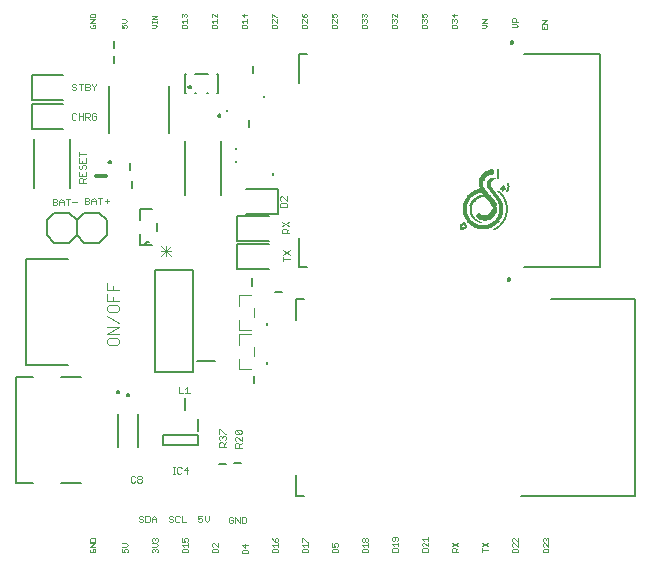
<source format=gbr>
G04 EAGLE Gerber RS-274X export*
G75*
%MOMM*%
%FSLAX34Y34*%
%LPD*%
%INSilkscreen Top*%
%IPPOS*%
%AMOC8*
5,1,8,0,0,1.08239X$1,22.5*%
G01*
%ADD10C,0.050800*%
%ADD11C,0.076200*%
%ADD12R,0.127000X0.025400*%
%ADD13R,0.203200X0.025400*%
%ADD14R,0.279400X0.025400*%
%ADD15R,0.177800X0.025400*%
%ADD16R,0.355600X0.025400*%
%ADD17R,0.381000X0.025400*%
%ADD18R,0.457200X0.025400*%
%ADD19R,0.736600X0.025400*%
%ADD20R,0.508000X0.025400*%
%ADD21R,0.914400X0.025400*%
%ADD22R,0.558800X0.025400*%
%ADD23R,1.092200X0.025400*%
%ADD24R,0.152400X0.025400*%
%ADD25R,0.584200X0.025400*%
%ADD26R,1.219200X0.025400*%
%ADD27R,1.371600X0.025400*%
%ADD28R,0.228600X0.025400*%
%ADD29R,1.473200X0.025400*%
%ADD30R,1.574800X0.025400*%
%ADD31R,1.651000X0.025400*%
%ADD32R,1.752600X0.025400*%
%ADD33R,1.828800X0.025400*%
%ADD34R,1.905000X0.025400*%
%ADD35R,0.889000X0.025400*%
%ADD36R,0.863600X0.025400*%
%ADD37R,0.711200X0.025400*%
%ADD38R,0.431800X0.025400*%
%ADD39R,0.685800X0.025400*%
%ADD40R,0.635000X0.025400*%
%ADD41R,0.406400X0.025400*%
%ADD42R,0.609600X0.025400*%
%ADD43R,0.330200X0.025400*%
%ADD44R,0.533400X0.025400*%
%ADD45R,0.304800X0.025400*%
%ADD46R,0.254000X0.025400*%
%ADD47R,0.482600X0.025400*%
%ADD48R,0.050800X0.025400*%
%ADD49R,0.838200X0.025400*%
%ADD50R,0.965200X0.025400*%
%ADD51R,1.041400X0.025400*%
%ADD52R,1.117600X0.025400*%
%ADD53R,1.270000X0.025400*%
%ADD54R,1.320800X0.025400*%
%ADD55R,1.422400X0.025400*%
%ADD56R,1.524000X0.025400*%
%ADD57R,1.549400X0.025400*%
%ADD58R,0.660400X0.025400*%
%ADD59R,0.101600X0.025400*%
%ADD60R,0.812800X0.025400*%
%ADD61R,1.295400X0.025400*%
%ADD62R,1.244600X0.025400*%
%ADD63R,1.193800X0.025400*%
%ADD64R,0.076200X0.025400*%
%ADD65R,1.066800X0.025400*%
%ADD66R,0.990600X0.025400*%
%ADD67R,0.025400X0.025400*%
%ADD68R,0.787400X0.025400*%
%ADD69R,0.762000X0.025400*%
%ADD70C,0.203200*%
%ADD71C,0.304800*%
%ADD72C,0.127000*%
%ADD73C,0.200000*%
%ADD74C,0.100000*%
%ADD75C,0.100000*%
%ADD76C,0.152400*%


D10*
X197658Y-205905D02*
X196725Y-204973D01*
X194861Y-204973D01*
X193929Y-205905D01*
X193929Y-209634D01*
X194861Y-210566D01*
X196725Y-210566D01*
X197658Y-209634D01*
X197658Y-207770D01*
X195793Y-207770D01*
X199542Y-210566D02*
X199542Y-204973D01*
X203271Y-210566D01*
X203271Y-204973D01*
X205155Y-204973D02*
X205155Y-210566D01*
X207952Y-210566D01*
X208884Y-209634D01*
X208884Y-205905D01*
X207952Y-204973D01*
X205155Y-204973D01*
X171623Y-204338D02*
X167894Y-204338D01*
X167894Y-207135D01*
X169758Y-206203D01*
X170690Y-206203D01*
X171623Y-207135D01*
X171623Y-208999D01*
X170690Y-209931D01*
X168826Y-209931D01*
X167894Y-208999D01*
X173507Y-208067D02*
X173507Y-204338D01*
X173507Y-208067D02*
X175371Y-209931D01*
X177236Y-208067D01*
X177236Y-204338D01*
X146858Y-205270D02*
X145925Y-204338D01*
X144061Y-204338D01*
X143129Y-205270D01*
X143129Y-206203D01*
X144061Y-207135D01*
X145925Y-207135D01*
X146858Y-208067D01*
X146858Y-208999D01*
X145925Y-209931D01*
X144061Y-209931D01*
X143129Y-208999D01*
X151538Y-204338D02*
X152471Y-205270D01*
X151538Y-204338D02*
X149674Y-204338D01*
X148742Y-205270D01*
X148742Y-208999D01*
X149674Y-209931D01*
X151538Y-209931D01*
X152471Y-208999D01*
X154355Y-209931D02*
X154355Y-204338D01*
X154355Y-209931D02*
X158084Y-209931D01*
X121458Y-205270D02*
X120525Y-204338D01*
X118661Y-204338D01*
X117729Y-205270D01*
X117729Y-206203D01*
X118661Y-207135D01*
X120525Y-207135D01*
X121458Y-208067D01*
X121458Y-208999D01*
X120525Y-209931D01*
X118661Y-209931D01*
X117729Y-208999D01*
X123342Y-209931D02*
X123342Y-204338D01*
X123342Y-209931D02*
X126138Y-209931D01*
X127071Y-208999D01*
X127071Y-205270D01*
X126138Y-204338D01*
X123342Y-204338D01*
X128955Y-206203D02*
X128955Y-209931D01*
X128955Y-206203D02*
X130819Y-204338D01*
X132684Y-206203D01*
X132684Y-209931D01*
X132684Y-207135D02*
X128955Y-207135D01*
X44704Y58674D02*
X44704Y64267D01*
X47500Y64267D01*
X48433Y63335D01*
X48433Y62403D01*
X47500Y61470D01*
X48433Y60538D01*
X48433Y59606D01*
X47500Y58674D01*
X44704Y58674D01*
X44704Y61470D02*
X47500Y61470D01*
X50317Y62403D02*
X50317Y58674D01*
X50317Y62403D02*
X52181Y64267D01*
X54046Y62403D01*
X54046Y58674D01*
X54046Y61470D02*
X50317Y61470D01*
X57794Y58674D02*
X57794Y64267D01*
X55930Y64267D02*
X59659Y64267D01*
X61543Y61470D02*
X65272Y61470D01*
X72009Y59309D02*
X72009Y64902D01*
X74805Y64902D01*
X75738Y63970D01*
X75738Y63038D01*
X74805Y62105D01*
X75738Y61173D01*
X75738Y60241D01*
X74805Y59309D01*
X72009Y59309D01*
X72009Y62105D02*
X74805Y62105D01*
X77622Y63038D02*
X77622Y59309D01*
X77622Y63038D02*
X79486Y64902D01*
X81351Y63038D01*
X81351Y59309D01*
X81351Y62105D02*
X77622Y62105D01*
X85099Y59309D02*
X85099Y64902D01*
X83235Y64902D02*
X86964Y64902D01*
X88848Y62105D02*
X92577Y62105D01*
X90713Y63970D02*
X90713Y60241D01*
X72771Y77724D02*
X67178Y77724D01*
X67178Y80520D01*
X68110Y81453D01*
X69975Y81453D01*
X70907Y80520D01*
X70907Y77724D01*
X70907Y79588D02*
X72771Y81453D01*
X67178Y83337D02*
X67178Y87066D01*
X67178Y83337D02*
X72771Y83337D01*
X72771Y87066D01*
X69975Y85201D02*
X69975Y83337D01*
X67178Y91747D02*
X68110Y92679D01*
X67178Y91747D02*
X67178Y89882D01*
X68110Y88950D01*
X69043Y88950D01*
X69975Y89882D01*
X69975Y91747D01*
X70907Y92679D01*
X71839Y92679D01*
X72771Y91747D01*
X72771Y89882D01*
X71839Y88950D01*
X67178Y94563D02*
X67178Y98292D01*
X67178Y94563D02*
X72771Y94563D01*
X72771Y98292D01*
X69975Y96428D02*
X69975Y94563D01*
X72771Y102041D02*
X67178Y102041D01*
X67178Y103905D02*
X67178Y100176D01*
X64943Y135725D02*
X64010Y136657D01*
X62146Y136657D01*
X61214Y135725D01*
X61214Y131996D01*
X62146Y131064D01*
X64010Y131064D01*
X64943Y131996D01*
X66827Y131064D02*
X66827Y136657D01*
X66827Y133860D02*
X70556Y133860D01*
X70556Y131064D02*
X70556Y136657D01*
X72440Y136657D02*
X72440Y131064D01*
X72440Y136657D02*
X75237Y136657D01*
X76169Y135725D01*
X76169Y133860D01*
X75237Y132928D01*
X72440Y132928D01*
X74304Y132928D02*
X76169Y131064D01*
X80850Y136657D02*
X81782Y135725D01*
X80850Y136657D02*
X78985Y136657D01*
X78053Y135725D01*
X78053Y131996D01*
X78985Y131064D01*
X80850Y131064D01*
X81782Y131996D01*
X81782Y133860D01*
X79918Y133860D01*
X64943Y160490D02*
X64010Y161422D01*
X62146Y161422D01*
X61214Y160490D01*
X61214Y159558D01*
X62146Y158625D01*
X64010Y158625D01*
X64943Y157693D01*
X64943Y156761D01*
X64010Y155829D01*
X62146Y155829D01*
X61214Y156761D01*
X68691Y155829D02*
X68691Y161422D01*
X66827Y161422D02*
X70556Y161422D01*
X72440Y161422D02*
X72440Y155829D01*
X72440Y161422D02*
X75237Y161422D01*
X76169Y160490D01*
X76169Y159558D01*
X75237Y158625D01*
X76169Y157693D01*
X76169Y156761D01*
X75237Y155829D01*
X72440Y155829D01*
X72440Y158625D02*
X75237Y158625D01*
X78053Y160490D02*
X78053Y161422D01*
X78053Y160490D02*
X79918Y158625D01*
X81782Y160490D01*
X81782Y161422D01*
X79918Y158625D02*
X79918Y155829D01*
D11*
X91178Y-55241D02*
X91178Y-58376D01*
X92746Y-59944D01*
X99016Y-59944D01*
X100584Y-58376D01*
X100584Y-55241D01*
X99016Y-53673D01*
X92746Y-53673D01*
X91178Y-55241D01*
X91178Y-50589D02*
X100584Y-50589D01*
X100584Y-44318D02*
X91178Y-50589D01*
X91178Y-44318D02*
X100584Y-44318D01*
X100584Y-41234D02*
X91178Y-34963D01*
X91178Y-30311D02*
X91178Y-27175D01*
X91178Y-30311D02*
X92746Y-31878D01*
X99016Y-31878D01*
X100584Y-30311D01*
X100584Y-27175D01*
X99016Y-25608D01*
X92746Y-25608D01*
X91178Y-27175D01*
X91178Y-22523D02*
X100584Y-22523D01*
X91178Y-22523D02*
X91178Y-16253D01*
X95881Y-19388D02*
X95881Y-22523D01*
X100584Y-13168D02*
X91178Y-13168D01*
X91178Y-6897D01*
X95881Y-10033D02*
X95881Y-13168D01*
D10*
X239898Y12913D02*
X245491Y12913D01*
X239898Y11049D02*
X239898Y14778D01*
X239898Y16662D02*
X245491Y20391D01*
X245491Y16662D02*
X239898Y20391D01*
X239263Y35179D02*
X244856Y35179D01*
X239263Y35179D02*
X239263Y37975D01*
X240195Y38908D01*
X242060Y38908D01*
X242992Y37975D01*
X242992Y35179D01*
X242992Y37043D02*
X244856Y38908D01*
X244856Y44521D02*
X239263Y40792D01*
X239263Y44521D02*
X244856Y40792D01*
X242951Y56769D02*
X237358Y56769D01*
X242951Y56769D02*
X242951Y59565D01*
X242019Y60498D01*
X238290Y60498D01*
X237358Y59565D01*
X237358Y56769D01*
X242951Y62382D02*
X242951Y66111D01*
X239223Y66111D02*
X242951Y62382D01*
X239223Y66111D02*
X238290Y66111D01*
X237358Y65178D01*
X237358Y63314D01*
X238290Y62382D01*
X77279Y-232334D02*
X76530Y-233083D01*
X76530Y-234582D01*
X77279Y-235331D01*
X80277Y-235331D01*
X81026Y-234582D01*
X81026Y-233083D01*
X80277Y-232334D01*
X78778Y-232334D01*
X78778Y-233832D01*
X81026Y-230727D02*
X76530Y-230727D01*
X81026Y-227730D01*
X76530Y-227730D01*
X76530Y-226123D02*
X81026Y-226123D01*
X81026Y-223875D01*
X80277Y-223126D01*
X77279Y-223126D01*
X76530Y-223875D01*
X76530Y-226123D01*
X103835Y-232334D02*
X103835Y-235331D01*
X106083Y-235331D01*
X105334Y-233832D01*
X105334Y-233083D01*
X106083Y-232334D01*
X107582Y-232334D01*
X108331Y-233083D01*
X108331Y-234582D01*
X107582Y-235331D01*
X106832Y-230727D02*
X103835Y-230727D01*
X106832Y-230727D02*
X108331Y-229229D01*
X106832Y-227730D01*
X103835Y-227730D01*
X129235Y-234582D02*
X129984Y-235331D01*
X129235Y-234582D02*
X129235Y-233083D01*
X129984Y-232334D01*
X130734Y-232334D01*
X131483Y-233083D01*
X131483Y-233832D01*
X131483Y-233083D02*
X132232Y-232334D01*
X132982Y-232334D01*
X133731Y-233083D01*
X133731Y-234582D01*
X132982Y-235331D01*
X132232Y-230727D02*
X129235Y-230727D01*
X132232Y-230727D02*
X133731Y-229229D01*
X132232Y-227730D01*
X129235Y-227730D01*
X129984Y-226123D02*
X129235Y-225374D01*
X129235Y-223875D01*
X129984Y-223126D01*
X130734Y-223126D01*
X131483Y-223875D01*
X131483Y-224625D01*
X131483Y-223875D02*
X132232Y-223126D01*
X132982Y-223126D01*
X133731Y-223875D01*
X133731Y-225374D01*
X132982Y-226123D01*
X154635Y-235331D02*
X159131Y-235331D01*
X159131Y-233083D01*
X158382Y-232334D01*
X155384Y-232334D01*
X154635Y-233083D01*
X154635Y-235331D01*
X156134Y-230727D02*
X154635Y-229229D01*
X159131Y-229229D01*
X159131Y-230727D02*
X159131Y-227730D01*
X154635Y-226123D02*
X154635Y-223126D01*
X154635Y-226123D02*
X156883Y-226123D01*
X156134Y-224625D01*
X156134Y-223875D01*
X156883Y-223126D01*
X158382Y-223126D01*
X159131Y-223875D01*
X159131Y-225374D01*
X158382Y-226123D01*
X180035Y-235331D02*
X184531Y-235331D01*
X184531Y-233083D01*
X183782Y-232334D01*
X180784Y-232334D01*
X180035Y-233083D01*
X180035Y-235331D01*
X184531Y-230727D02*
X184531Y-227730D01*
X184531Y-230727D02*
X181534Y-227730D01*
X180784Y-227730D01*
X180035Y-228479D01*
X180035Y-229978D01*
X180784Y-230727D01*
X205435Y-235966D02*
X209931Y-235966D01*
X209931Y-233718D01*
X209182Y-232969D01*
X206184Y-232969D01*
X205435Y-233718D01*
X205435Y-235966D01*
X205435Y-229114D02*
X209931Y-229114D01*
X207683Y-231362D02*
X205435Y-229114D01*
X207683Y-228365D02*
X207683Y-231362D01*
X230835Y-235331D02*
X235331Y-235331D01*
X235331Y-233083D01*
X234582Y-232334D01*
X231584Y-232334D01*
X230835Y-233083D01*
X230835Y-235331D01*
X232334Y-230727D02*
X230835Y-229229D01*
X235331Y-229229D01*
X235331Y-230727D02*
X235331Y-227730D01*
X231584Y-224625D02*
X230835Y-223126D01*
X231584Y-224625D02*
X233083Y-226123D01*
X234582Y-226123D01*
X235331Y-225374D01*
X235331Y-223875D01*
X234582Y-223126D01*
X233832Y-223126D01*
X233083Y-223875D01*
X233083Y-226123D01*
X256235Y-235331D02*
X260731Y-235331D01*
X260731Y-233083D01*
X259982Y-232334D01*
X256984Y-232334D01*
X256235Y-233083D01*
X256235Y-235331D01*
X257734Y-230727D02*
X256235Y-229229D01*
X260731Y-229229D01*
X260731Y-230727D02*
X260731Y-227730D01*
X256235Y-226123D02*
X256235Y-223126D01*
X256984Y-223126D01*
X259982Y-226123D01*
X260731Y-226123D01*
X281635Y-235331D02*
X286131Y-235331D01*
X286131Y-233083D01*
X285382Y-232334D01*
X282384Y-232334D01*
X281635Y-233083D01*
X281635Y-235331D01*
X281635Y-230727D02*
X281635Y-227730D01*
X281635Y-230727D02*
X283883Y-230727D01*
X283134Y-229229D01*
X283134Y-228479D01*
X283883Y-227730D01*
X285382Y-227730D01*
X286131Y-228479D01*
X286131Y-229978D01*
X285382Y-230727D01*
X307035Y-235331D02*
X311531Y-235331D01*
X311531Y-233083D01*
X310782Y-232334D01*
X307784Y-232334D01*
X307035Y-233083D01*
X307035Y-235331D01*
X308534Y-230727D02*
X307035Y-229229D01*
X311531Y-229229D01*
X311531Y-230727D02*
X311531Y-227730D01*
X307784Y-226123D02*
X307035Y-225374D01*
X307035Y-223875D01*
X307784Y-223126D01*
X308534Y-223126D01*
X309283Y-223875D01*
X310032Y-223126D01*
X310782Y-223126D01*
X311531Y-223875D01*
X311531Y-225374D01*
X310782Y-226123D01*
X310032Y-226123D01*
X309283Y-225374D01*
X308534Y-226123D01*
X307784Y-226123D01*
X309283Y-225374D02*
X309283Y-223875D01*
X332435Y-234696D02*
X336931Y-234696D01*
X336931Y-232448D01*
X336182Y-231699D01*
X333184Y-231699D01*
X332435Y-232448D01*
X332435Y-234696D01*
X333934Y-230092D02*
X332435Y-228594D01*
X336931Y-228594D01*
X336931Y-230092D02*
X336931Y-227095D01*
X336182Y-225488D02*
X336931Y-224739D01*
X336931Y-223240D01*
X336182Y-222491D01*
X333184Y-222491D01*
X332435Y-223240D01*
X332435Y-224739D01*
X333184Y-225488D01*
X333934Y-225488D01*
X334683Y-224739D01*
X334683Y-222491D01*
X357835Y-234696D02*
X362331Y-234696D01*
X362331Y-232448D01*
X361582Y-231699D01*
X358584Y-231699D01*
X357835Y-232448D01*
X357835Y-234696D01*
X362331Y-230092D02*
X362331Y-227095D01*
X362331Y-230092D02*
X359334Y-227095D01*
X358584Y-227095D01*
X357835Y-227844D01*
X357835Y-229343D01*
X358584Y-230092D01*
X359334Y-225488D02*
X357835Y-223990D01*
X362331Y-223990D01*
X362331Y-225488D02*
X362331Y-222491D01*
X383235Y-234696D02*
X387731Y-234696D01*
X383235Y-234696D02*
X383235Y-232448D01*
X383984Y-231699D01*
X385483Y-231699D01*
X386232Y-232448D01*
X386232Y-234696D01*
X386232Y-233197D02*
X387731Y-231699D01*
X387731Y-227095D02*
X383235Y-230092D01*
X383235Y-227095D02*
X387731Y-230092D01*
X408635Y-233197D02*
X413131Y-233197D01*
X408635Y-231699D02*
X408635Y-234696D01*
X408635Y-230092D02*
X413131Y-227095D01*
X413131Y-230092D02*
X408635Y-227095D01*
X434035Y-235331D02*
X438531Y-235331D01*
X438531Y-233083D01*
X437782Y-232334D01*
X434784Y-232334D01*
X434035Y-233083D01*
X434035Y-235331D01*
X438531Y-230727D02*
X438531Y-227730D01*
X438531Y-230727D02*
X435534Y-227730D01*
X434784Y-227730D01*
X434035Y-228479D01*
X434035Y-229978D01*
X434784Y-230727D01*
X438531Y-226123D02*
X438531Y-223126D01*
X438531Y-226123D02*
X435534Y-223126D01*
X434784Y-223126D01*
X434035Y-223875D01*
X434035Y-225374D01*
X434784Y-226123D01*
X460070Y-235331D02*
X464566Y-235331D01*
X464566Y-233083D01*
X463817Y-232334D01*
X460819Y-232334D01*
X460070Y-233083D01*
X460070Y-235331D01*
X464566Y-230727D02*
X464566Y-227730D01*
X464566Y-230727D02*
X461569Y-227730D01*
X460819Y-227730D01*
X460070Y-228479D01*
X460070Y-229978D01*
X460819Y-230727D01*
X460819Y-226123D02*
X460070Y-225374D01*
X460070Y-223875D01*
X460819Y-223126D01*
X461569Y-223126D01*
X462318Y-223875D01*
X462318Y-224625D01*
X462318Y-223875D02*
X463067Y-223126D01*
X463817Y-223126D01*
X464566Y-223875D01*
X464566Y-225374D01*
X463817Y-226123D01*
X76530Y210782D02*
X77279Y211531D01*
X76530Y210782D02*
X76530Y209283D01*
X77279Y208534D01*
X80277Y208534D01*
X81026Y209283D01*
X81026Y210782D01*
X80277Y211531D01*
X78778Y211531D01*
X78778Y210033D01*
X81026Y213138D02*
X76530Y213138D01*
X81026Y216135D01*
X76530Y216135D01*
X76530Y217742D02*
X81026Y217742D01*
X81026Y219990D01*
X80277Y220739D01*
X77279Y220739D01*
X76530Y219990D01*
X76530Y217742D01*
X103200Y211531D02*
X103200Y208534D01*
X105448Y208534D01*
X104699Y210033D01*
X104699Y210782D01*
X105448Y211531D01*
X106947Y211531D01*
X107696Y210782D01*
X107696Y209283D01*
X106947Y208534D01*
X106197Y213138D02*
X103200Y213138D01*
X106197Y213138D02*
X107696Y214637D01*
X106197Y216135D01*
X103200Y216135D01*
X128600Y208534D02*
X131597Y208534D01*
X133096Y210033D01*
X131597Y211531D01*
X128600Y211531D01*
X133096Y213138D02*
X133096Y214637D01*
X133096Y213887D02*
X128600Y213887D01*
X128600Y213138D02*
X128600Y214637D01*
X128600Y216207D02*
X133096Y216207D01*
X133096Y219204D02*
X128600Y216207D01*
X128600Y219204D02*
X133096Y219204D01*
X154000Y208534D02*
X158496Y208534D01*
X158496Y210782D01*
X157747Y211531D01*
X154749Y211531D01*
X154000Y210782D01*
X154000Y208534D01*
X155499Y213138D02*
X154000Y214637D01*
X158496Y214637D01*
X158496Y216135D02*
X158496Y213138D01*
X154749Y217742D02*
X154000Y218491D01*
X154000Y219990D01*
X154749Y220739D01*
X155499Y220739D01*
X156248Y219990D01*
X156248Y219240D01*
X156248Y219990D02*
X156997Y220739D01*
X157747Y220739D01*
X158496Y219990D01*
X158496Y218491D01*
X157747Y217742D01*
X179400Y208534D02*
X183896Y208534D01*
X183896Y210782D01*
X183147Y211531D01*
X180149Y211531D01*
X179400Y210782D01*
X179400Y208534D01*
X180899Y213138D02*
X179400Y214637D01*
X183896Y214637D01*
X183896Y216135D02*
X183896Y213138D01*
X183896Y217742D02*
X183896Y220739D01*
X183896Y217742D02*
X180899Y220739D01*
X180149Y220739D01*
X179400Y219990D01*
X179400Y218491D01*
X180149Y217742D01*
X204800Y208534D02*
X209296Y208534D01*
X209296Y210782D01*
X208547Y211531D01*
X205549Y211531D01*
X204800Y210782D01*
X204800Y208534D01*
X206299Y213138D02*
X204800Y214637D01*
X209296Y214637D01*
X209296Y216135D02*
X209296Y213138D01*
X209296Y219990D02*
X204800Y219990D01*
X207048Y217742D01*
X207048Y220739D01*
X230200Y208534D02*
X234696Y208534D01*
X234696Y210782D01*
X233947Y211531D01*
X230949Y211531D01*
X230200Y210782D01*
X230200Y208534D01*
X234696Y213138D02*
X234696Y216135D01*
X234696Y213138D02*
X231699Y216135D01*
X230949Y216135D01*
X230200Y215386D01*
X230200Y213887D01*
X230949Y213138D01*
X230200Y217742D02*
X230200Y220739D01*
X230949Y220739D01*
X233947Y217742D01*
X234696Y217742D01*
X255600Y208534D02*
X260096Y208534D01*
X260096Y210782D01*
X259347Y211531D01*
X256349Y211531D01*
X255600Y210782D01*
X255600Y208534D01*
X260096Y213138D02*
X260096Y216135D01*
X260096Y213138D02*
X257099Y216135D01*
X256349Y216135D01*
X255600Y215386D01*
X255600Y213887D01*
X256349Y213138D01*
X256349Y219240D02*
X255600Y220739D01*
X256349Y219240D02*
X257848Y217742D01*
X259347Y217742D01*
X260096Y218491D01*
X260096Y219990D01*
X259347Y220739D01*
X258597Y220739D01*
X257848Y219990D01*
X257848Y217742D01*
X281000Y208534D02*
X285496Y208534D01*
X285496Y210782D01*
X284747Y211531D01*
X281749Y211531D01*
X281000Y210782D01*
X281000Y208534D01*
X285496Y213138D02*
X285496Y216135D01*
X285496Y213138D02*
X282499Y216135D01*
X281749Y216135D01*
X281000Y215386D01*
X281000Y213887D01*
X281749Y213138D01*
X281000Y217742D02*
X281000Y220739D01*
X281000Y217742D02*
X283248Y217742D01*
X282499Y219240D01*
X282499Y219990D01*
X283248Y220739D01*
X284747Y220739D01*
X285496Y219990D01*
X285496Y218491D01*
X284747Y217742D01*
X306400Y208534D02*
X310896Y208534D01*
X310896Y210782D01*
X310147Y211531D01*
X307149Y211531D01*
X306400Y210782D01*
X306400Y208534D01*
X307149Y213138D02*
X306400Y213887D01*
X306400Y215386D01*
X307149Y216135D01*
X307899Y216135D01*
X308648Y215386D01*
X308648Y214637D01*
X308648Y215386D02*
X309397Y216135D01*
X310147Y216135D01*
X310896Y215386D01*
X310896Y213887D01*
X310147Y213138D01*
X307149Y217742D02*
X306400Y218491D01*
X306400Y219990D01*
X307149Y220739D01*
X307899Y220739D01*
X308648Y219990D01*
X308648Y219240D01*
X308648Y219990D02*
X309397Y220739D01*
X310147Y220739D01*
X310896Y219990D01*
X310896Y218491D01*
X310147Y217742D01*
X331800Y208534D02*
X336296Y208534D01*
X336296Y210782D01*
X335547Y211531D01*
X332549Y211531D01*
X331800Y210782D01*
X331800Y208534D01*
X332549Y213138D02*
X331800Y213887D01*
X331800Y215386D01*
X332549Y216135D01*
X333299Y216135D01*
X334048Y215386D01*
X334048Y214637D01*
X334048Y215386D02*
X334797Y216135D01*
X335547Y216135D01*
X336296Y215386D01*
X336296Y213887D01*
X335547Y213138D01*
X336296Y217742D02*
X336296Y220739D01*
X336296Y217742D02*
X333299Y220739D01*
X332549Y220739D01*
X331800Y219990D01*
X331800Y218491D01*
X332549Y217742D01*
X357200Y208534D02*
X361696Y208534D01*
X361696Y210782D01*
X360947Y211531D01*
X357949Y211531D01*
X357200Y210782D01*
X357200Y208534D01*
X357949Y213138D02*
X357200Y213887D01*
X357200Y215386D01*
X357949Y216135D01*
X358699Y216135D01*
X359448Y215386D01*
X359448Y214637D01*
X359448Y215386D02*
X360197Y216135D01*
X360947Y216135D01*
X361696Y215386D01*
X361696Y213887D01*
X360947Y213138D01*
X357200Y217742D02*
X357200Y220739D01*
X357200Y217742D02*
X359448Y217742D01*
X358699Y219240D01*
X358699Y219990D01*
X359448Y220739D01*
X360947Y220739D01*
X361696Y219990D01*
X361696Y218491D01*
X360947Y217742D01*
X382600Y208534D02*
X387096Y208534D01*
X387096Y210782D01*
X386347Y211531D01*
X383349Y211531D01*
X382600Y210782D01*
X382600Y208534D01*
X383349Y213138D02*
X382600Y213887D01*
X382600Y215386D01*
X383349Y216135D01*
X384099Y216135D01*
X384848Y215386D01*
X384848Y214637D01*
X384848Y215386D02*
X385597Y216135D01*
X386347Y216135D01*
X387096Y215386D01*
X387096Y213887D01*
X386347Y213138D01*
X387096Y219990D02*
X382600Y219990D01*
X384848Y217742D01*
X384848Y220739D01*
X408000Y208534D02*
X410997Y208534D01*
X412496Y210033D01*
X410997Y211531D01*
X408000Y211531D01*
X408000Y213138D02*
X412496Y213138D01*
X412496Y216135D02*
X408000Y213138D01*
X408000Y216135D02*
X412496Y216135D01*
X434035Y209169D02*
X437032Y209169D01*
X438531Y210668D01*
X437032Y212166D01*
X434035Y212166D01*
X434035Y213773D02*
X438531Y213773D01*
X434035Y213773D02*
X434035Y216021D01*
X434784Y216770D01*
X436283Y216770D01*
X437032Y216021D01*
X437032Y213773D01*
X458800Y210896D02*
X458800Y207899D01*
X463296Y207899D01*
X463296Y210896D01*
X461048Y209398D02*
X461048Y207899D01*
X463296Y212503D02*
X458800Y212503D01*
X463296Y215500D01*
X458800Y215500D01*
D12*
X418465Y37338D03*
D13*
X418592Y37592D03*
D14*
X391795Y37846D03*
D15*
X419227Y37846D03*
D16*
X391922Y38100D03*
D17*
X409321Y38100D03*
D15*
X419735Y38100D03*
D18*
X392176Y38354D03*
D19*
X409321Y38354D03*
D15*
X419989Y38354D03*
D20*
X392176Y38608D03*
D21*
X409194Y38608D03*
D15*
X420497Y38608D03*
D22*
X392430Y38862D03*
D23*
X409321Y38862D03*
D24*
X420878Y38862D03*
D25*
X392303Y39116D03*
D26*
X409194Y39116D03*
D15*
X421259Y39116D03*
D24*
X390144Y39370D03*
D14*
X394081Y39370D03*
D27*
X409194Y39370D03*
D15*
X421513Y39370D03*
D24*
X390144Y39624D03*
D28*
X394335Y39624D03*
D29*
X409194Y39624D03*
D24*
X421894Y39624D03*
X390398Y39878D03*
D15*
X394589Y39878D03*
D30*
X409194Y39878D03*
D24*
X422148Y39878D03*
D15*
X390525Y40132D03*
D24*
X394716Y40132D03*
D31*
X409067Y40132D03*
D15*
X422529Y40132D03*
X390525Y40386D03*
D12*
X394589Y40386D03*
D32*
X409067Y40386D03*
D15*
X422783Y40386D03*
X390779Y40640D03*
D24*
X394462Y40640D03*
D33*
X409194Y40640D03*
D24*
X423164Y40640D03*
D13*
X390906Y40894D03*
D24*
X394462Y40894D03*
D34*
X409067Y40894D03*
D24*
X423418Y40894D03*
D13*
X391160Y41148D03*
D24*
X394208Y41148D03*
D35*
X403733Y41148D03*
D36*
X414782Y41148D03*
D24*
X423672Y41148D03*
D13*
X391414Y41402D03*
D24*
X394208Y41402D03*
D19*
X402717Y41402D03*
D37*
X415798Y41402D03*
D24*
X423926Y41402D03*
D38*
X392557Y41656D03*
D39*
X401955Y41656D03*
D40*
X416433Y41656D03*
D24*
X424180Y41656D03*
D41*
X392684Y41910D03*
D42*
X401320Y41910D03*
X417068Y41910D03*
D24*
X424434Y41910D03*
D16*
X392684Y42164D03*
D25*
X400939Y42164D03*
X417449Y42164D03*
D24*
X424688Y42164D03*
D43*
X392811Y42418D03*
D44*
X400431Y42418D03*
X417957Y42418D03*
D24*
X424688Y42418D03*
D45*
X392938Y42672D03*
D20*
X400050Y42672D03*
X418338Y42672D03*
D24*
X424942Y42672D03*
D46*
X393192Y42926D03*
D20*
X399796Y42926D03*
X418592Y42926D03*
D24*
X425196Y42926D03*
D28*
X393319Y43180D03*
D47*
X399415Y43180D03*
X418973Y43180D03*
D24*
X425450Y43180D03*
D15*
X393319Y43434D03*
D18*
X399034Y43434D03*
D47*
X419227Y43434D03*
D24*
X425704Y43434D03*
D12*
X393319Y43688D03*
D18*
X398780Y43688D03*
D12*
X407797Y43688D03*
D18*
X419608Y43688D03*
D24*
X425704Y43688D03*
D48*
X393446Y43942D03*
D18*
X398526Y43942D03*
D24*
X406908Y43942D03*
D18*
X419862Y43942D03*
D24*
X425958Y43942D03*
D38*
X398145Y44196D03*
D24*
X405892Y44196D03*
D38*
X420243Y44196D03*
D24*
X426212Y44196D03*
D38*
X397891Y44450D03*
D12*
X405257Y44450D03*
D38*
X420497Y44450D03*
D24*
X426212Y44450D03*
D41*
X397764Y44704D03*
D12*
X404749Y44704D03*
D38*
X420751Y44704D03*
D24*
X426466Y44704D03*
D41*
X397510Y44958D03*
D12*
X404241Y44958D03*
D41*
X420878Y44958D03*
D24*
X426720Y44958D03*
D41*
X397256Y45212D03*
D12*
X403733Y45212D03*
D41*
X421132Y45212D03*
D24*
X426720Y45212D03*
D17*
X397129Y45466D03*
D12*
X403479Y45466D03*
D14*
X410591Y45466D03*
D41*
X421386Y45466D03*
D24*
X426974Y45466D03*
D17*
X396875Y45720D03*
D12*
X402971Y45720D03*
D22*
X410464Y45720D03*
D17*
X421513Y45720D03*
D24*
X426974Y45720D03*
D17*
X396621Y45974D03*
D12*
X402717Y45974D03*
D37*
X410464Y45974D03*
D17*
X421767Y45974D03*
D24*
X427228Y45974D03*
D17*
X396621Y46228D03*
D12*
X402463Y46228D03*
D49*
X410591Y46228D03*
D17*
X422021Y46228D03*
D24*
X427228Y46228D03*
D17*
X396367Y46482D03*
D12*
X402209Y46482D03*
D50*
X410464Y46482D03*
D16*
X422148Y46482D03*
D24*
X427482Y46482D03*
D17*
X396113Y46736D03*
D12*
X401955Y46736D03*
D51*
X410591Y46736D03*
D17*
X422275Y46736D03*
D24*
X427482Y46736D03*
D16*
X395986Y46990D03*
D12*
X401701Y46990D03*
D52*
X410464Y46990D03*
D16*
X422402Y46990D03*
D24*
X427736Y46990D03*
D17*
X395859Y47244D03*
D12*
X401447Y47244D03*
D26*
X410464Y47244D03*
D16*
X422656Y47244D03*
D24*
X427736Y47244D03*
D16*
X395732Y47498D03*
D24*
X401320Y47498D03*
D53*
X410464Y47498D03*
D17*
X422783Y47498D03*
D12*
X427863Y47498D03*
D16*
X395478Y47752D03*
D24*
X401066Y47752D03*
D54*
X410464Y47752D03*
D16*
X422910Y47752D03*
D24*
X427990Y47752D03*
D16*
X395478Y48006D03*
D24*
X400812Y48006D03*
D27*
X410464Y48006D03*
D16*
X423164Y48006D03*
D12*
X428117Y48006D03*
D16*
X395224Y48260D03*
D15*
X400685Y48260D03*
D55*
X410464Y48260D03*
D16*
X423164Y48260D03*
D24*
X428244Y48260D03*
D43*
X395097Y48514D03*
D24*
X400558Y48514D03*
D29*
X410464Y48514D03*
D43*
X423291Y48514D03*
D24*
X428244Y48514D03*
D43*
X395097Y48768D03*
D24*
X400304Y48768D03*
D56*
X410464Y48768D03*
D16*
X423418Y48768D03*
D12*
X428371Y48768D03*
D43*
X394843Y49022D03*
D15*
X400177Y49022D03*
D30*
X410464Y49022D03*
D43*
X423545Y49022D03*
D24*
X428498Y49022D03*
D43*
X394843Y49276D03*
D24*
X400050Y49276D03*
D57*
X410845Y49276D03*
D43*
X423545Y49276D03*
D24*
X428498Y49276D03*
D16*
X394716Y49530D03*
D15*
X399923Y49530D03*
D44*
X406019Y49530D03*
D58*
X415544Y49530D03*
D43*
X423799Y49530D03*
D12*
X428625Y49530D03*
D43*
X394589Y49784D03*
D24*
X399796Y49784D03*
D38*
X405765Y49784D03*
D42*
X416052Y49784D03*
D43*
X423799Y49784D03*
D12*
X428625Y49784D03*
D43*
X394589Y50038D03*
D15*
X399669Y50038D03*
D16*
X405638Y50038D03*
D22*
X416306Y50038D03*
D43*
X423799Y50038D03*
D24*
X428752Y50038D03*
D43*
X394335Y50292D03*
D15*
X399669Y50292D03*
D14*
X405511Y50292D03*
D44*
X416687Y50292D03*
D43*
X424053Y50292D03*
D24*
X428752Y50292D03*
D43*
X394335Y50546D03*
D15*
X399415Y50546D03*
D28*
X405511Y50546D03*
D44*
X416941Y50546D03*
D43*
X424053Y50546D03*
D12*
X428879Y50546D03*
D43*
X394335Y50800D03*
D15*
X399415Y50800D03*
X405511Y50800D03*
D20*
X417068Y50800D03*
D43*
X424053Y50800D03*
D12*
X428879Y50800D03*
D45*
X394208Y51054D03*
D13*
X399288Y51054D03*
D59*
X405638Y51054D03*
D47*
X417449Y51054D03*
D45*
X424180Y51054D03*
D24*
X429006Y51054D03*
D43*
X394081Y51308D03*
D15*
X399161Y51308D03*
D48*
X405638Y51308D03*
D18*
X417576Y51308D03*
D43*
X424307Y51308D03*
D24*
X429006Y51308D03*
D43*
X394081Y51562D03*
D15*
X399161Y51562D03*
D18*
X417830Y51562D03*
D43*
X424307Y51562D03*
D24*
X429006Y51562D03*
D43*
X394081Y51816D03*
D13*
X399034Y51816D03*
D18*
X417830Y51816D03*
D43*
X424307Y51816D03*
D12*
X429133Y51816D03*
D45*
X393954Y52070D03*
D13*
X399034Y52070D03*
D18*
X418084Y52070D03*
D45*
X424434Y52070D03*
D12*
X429133Y52070D03*
D45*
X393954Y52324D03*
D13*
X399034Y52324D03*
D38*
X418211Y52324D03*
D45*
X424434Y52324D03*
D12*
X429133Y52324D03*
D45*
X393954Y52578D03*
D15*
X398907Y52578D03*
D38*
X418211Y52578D03*
D43*
X424561Y52578D03*
D24*
X429260Y52578D03*
D43*
X393827Y52832D03*
D13*
X398780Y52832D03*
D38*
X418465Y52832D03*
D43*
X424561Y52832D03*
D24*
X429260Y52832D03*
D43*
X393827Y53086D03*
D13*
X398780Y53086D03*
D41*
X418592Y53086D03*
D43*
X424561Y53086D03*
D24*
X429260Y53086D03*
D43*
X393827Y53340D03*
D13*
X398780Y53340D03*
D41*
X418592Y53340D03*
D43*
X424561Y53340D03*
D24*
X429260Y53340D03*
D45*
X393700Y53594D03*
D13*
X398780Y53594D03*
D38*
X418719Y53594D03*
D45*
X424688Y53594D03*
D24*
X429260Y53594D03*
D45*
X393700Y53848D03*
D13*
X398780Y53848D03*
D41*
X418846Y53848D03*
D45*
X424688Y53848D03*
D24*
X429260Y53848D03*
D45*
X393700Y54102D03*
D13*
X398780Y54102D03*
D41*
X418846Y54102D03*
D45*
X424688Y54102D03*
D12*
X429387Y54102D03*
D45*
X393700Y54356D03*
D13*
X398780Y54356D03*
D41*
X418846Y54356D03*
D45*
X424688Y54356D03*
D12*
X429387Y54356D03*
D45*
X393700Y54610D03*
D13*
X398780Y54610D03*
D41*
X418846Y54610D03*
D45*
X424688Y54610D03*
D12*
X429387Y54610D03*
D45*
X393700Y54864D03*
D13*
X398780Y54864D03*
D17*
X418973Y54864D03*
D45*
X424688Y54864D03*
D12*
X429387Y54864D03*
D45*
X393700Y55118D03*
D13*
X398780Y55118D03*
D17*
X418973Y55118D03*
D45*
X424688Y55118D03*
D12*
X429387Y55118D03*
D45*
X393700Y55372D03*
D13*
X398780Y55372D03*
D17*
X418973Y55372D03*
D45*
X424688Y55372D03*
D12*
X429387Y55372D03*
D45*
X393700Y55626D03*
D28*
X398907Y55626D03*
D17*
X418973Y55626D03*
D45*
X424688Y55626D03*
D12*
X429387Y55626D03*
D45*
X393700Y55880D03*
D28*
X398907Y55880D03*
D17*
X418973Y55880D03*
D45*
X424688Y55880D03*
D12*
X429387Y55880D03*
D45*
X393700Y56134D03*
D28*
X398907Y56134D03*
D17*
X418973Y56134D03*
D45*
X424688Y56134D03*
D24*
X429260Y56134D03*
D43*
X393827Y56388D03*
D28*
X398907Y56388D03*
D17*
X418973Y56388D03*
D45*
X424688Y56388D03*
D24*
X429260Y56388D03*
D43*
X393827Y56642D03*
D28*
X398907Y56642D03*
D17*
X418973Y56642D03*
D45*
X424688Y56642D03*
D24*
X429260Y56642D03*
D45*
X393954Y56896D03*
D28*
X398907Y56896D03*
D41*
X418846Y56896D03*
D43*
X424561Y56896D03*
D24*
X429260Y56896D03*
D45*
X393954Y57150D03*
D28*
X399161Y57150D03*
D41*
X418846Y57150D03*
D43*
X424561Y57150D03*
D24*
X429260Y57150D03*
D45*
X393954Y57404D03*
D28*
X399161Y57404D03*
D41*
X418846Y57404D03*
D43*
X424561Y57404D03*
D12*
X429133Y57404D03*
D45*
X393954Y57658D03*
D28*
X399161Y57658D03*
D41*
X418846Y57658D03*
D43*
X424561Y57658D03*
D12*
X429133Y57658D03*
D45*
X393954Y57912D03*
D46*
X399288Y57912D03*
D41*
X418846Y57912D03*
D45*
X424434Y57912D03*
D12*
X429133Y57912D03*
D43*
X394081Y58166D03*
D46*
X399288Y58166D03*
D38*
X418719Y58166D03*
D45*
X424434Y58166D03*
D12*
X429133Y58166D03*
D43*
X394081Y58420D03*
D28*
X399415Y58420D03*
D41*
X418592Y58420D03*
D43*
X424307Y58420D03*
D24*
X429006Y58420D03*
D45*
X394208Y58674D03*
D46*
X399542Y58674D03*
D38*
X418465Y58674D03*
D43*
X424307Y58674D03*
D24*
X429006Y58674D03*
D45*
X394208Y58928D03*
D46*
X399542Y58928D03*
D38*
X418465Y58928D03*
D43*
X424307Y58928D03*
D12*
X428879Y58928D03*
D43*
X394335Y59182D03*
D46*
X399796Y59182D03*
D38*
X418211Y59182D03*
D45*
X424180Y59182D03*
D12*
X428879Y59182D03*
D43*
X394335Y59436D03*
D46*
X399796Y59436D03*
D38*
X418211Y59436D03*
D43*
X424053Y59436D03*
D12*
X428879Y59436D03*
D45*
X394462Y59690D03*
D46*
X400050Y59690D03*
D18*
X418084Y59690D03*
D43*
X424053Y59690D03*
D24*
X428752Y59690D03*
D43*
X394589Y59944D03*
D46*
X400050Y59944D03*
D18*
X417830Y59944D03*
D16*
X423926Y59944D03*
D12*
X428625Y59944D03*
D43*
X394589Y60198D03*
D46*
X400304Y60198D03*
D47*
X417703Y60198D03*
D43*
X423799Y60198D03*
D12*
X428625Y60198D03*
D45*
X394716Y60452D03*
D46*
X400304Y60452D03*
D18*
X417576Y60452D03*
D43*
X423799Y60452D03*
D12*
X428625Y60452D03*
D43*
X394843Y60706D03*
D46*
X400558Y60706D03*
D47*
X417449Y60706D03*
D16*
X423672Y60706D03*
D24*
X428498Y60706D03*
D43*
X394843Y60960D03*
D14*
X400685Y60960D03*
D47*
X417195Y60960D03*
D43*
X423545Y60960D03*
D12*
X428371Y60960D03*
D43*
X395097Y61214D03*
D14*
X400939Y61214D03*
D20*
X417068Y61214D03*
D16*
X423418Y61214D03*
D12*
X428371Y61214D03*
D43*
X395097Y61468D03*
D14*
X400939Y61468D03*
D20*
X416814Y61468D03*
D43*
X423291Y61468D03*
D24*
X428244Y61468D03*
D16*
X395224Y61722D03*
D14*
X401193Y61722D03*
D20*
X416560Y61722D03*
D16*
X423164Y61722D03*
D12*
X428117Y61722D03*
D43*
X395351Y61976D03*
D14*
X401447Y61976D03*
D44*
X416433Y61976D03*
D43*
X423037Y61976D03*
D12*
X428117Y61976D03*
D16*
X395478Y62230D03*
D14*
X401701Y62230D03*
D44*
X416179Y62230D03*
D16*
X422910Y62230D03*
D12*
X427863Y62230D03*
D16*
X395732Y62484D03*
D14*
X401955Y62484D03*
D44*
X415925Y62484D03*
D16*
X422656Y62484D03*
D12*
X427863Y62484D03*
D16*
X395732Y62738D03*
D43*
X402209Y62738D03*
D44*
X415671Y62738D03*
D16*
X422656Y62738D03*
D24*
X427736Y62738D03*
D16*
X395986Y62992D03*
D43*
X402463Y62992D03*
D20*
X415544Y62992D03*
D16*
X422402Y62992D03*
D12*
X427609Y62992D03*
D17*
X396113Y63246D03*
D43*
X402717Y63246D03*
D20*
X415290Y63246D03*
D17*
X422275Y63246D03*
D24*
X427482Y63246D03*
D16*
X396240Y63500D03*
D45*
X403098Y63500D03*
D44*
X415163Y63500D03*
D17*
X422021Y63500D03*
D12*
X427355Y63500D03*
D17*
X396367Y63754D03*
D43*
X403479Y63754D03*
D44*
X414909Y63754D03*
D17*
X422021Y63754D03*
D24*
X427228Y63754D03*
D17*
X396621Y64008D03*
D43*
X403733Y64008D03*
D44*
X414655Y64008D03*
D17*
X421767Y64008D03*
D12*
X427101Y64008D03*
D17*
X396875Y64262D03*
D16*
X404114Y64262D03*
D44*
X414401Y64262D03*
D17*
X421513Y64262D03*
D24*
X426974Y64262D03*
D41*
X397002Y64516D03*
D16*
X404622Y64516D03*
D44*
X414147Y64516D03*
D41*
X421386Y64516D03*
D12*
X426847Y64516D03*
D41*
X397256Y64770D03*
D17*
X405003Y64770D03*
D44*
X413893Y64770D03*
D17*
X421259Y64770D03*
D12*
X426593Y64770D03*
D41*
X397510Y65024D03*
X405638Y65024D03*
D44*
X413639Y65024D03*
D17*
X421005Y65024D03*
D12*
X426593Y65024D03*
D41*
X397764Y65278D03*
D47*
X406273Y65278D03*
D44*
X413385Y65278D03*
D17*
X420751Y65278D03*
D12*
X426339Y65278D03*
D38*
X397891Y65532D03*
D25*
X407289Y65532D03*
D44*
X413131Y65532D03*
D41*
X420624Y65532D03*
D24*
X426212Y65532D03*
D38*
X398145Y65786D03*
D51*
X410337Y65786D03*
D17*
X420497Y65786D03*
D12*
X426085Y65786D03*
D18*
X398526Y66040D03*
D50*
X410464Y66040D03*
D17*
X420243Y66040D03*
D12*
X425831Y66040D03*
D18*
X398780Y66294D03*
D49*
X410845Y66294D03*
D17*
X419989Y66294D03*
D12*
X425577Y66294D03*
D18*
X399034Y66548D03*
D59*
X408940Y66548D03*
D44*
X412369Y66548D03*
D17*
X419735Y66548D03*
D12*
X425577Y66548D03*
D47*
X399415Y66802D03*
D44*
X412115Y66802D03*
D16*
X419608Y66802D03*
D12*
X425323Y66802D03*
D20*
X399796Y67056D03*
D44*
X411861Y67056D03*
D16*
X419354Y67056D03*
D12*
X425069Y67056D03*
D20*
X400050Y67310D03*
D44*
X411607Y67310D03*
D17*
X419227Y67310D03*
D12*
X424815Y67310D03*
D44*
X400431Y67564D03*
X411353Y67564D03*
D17*
X418973Y67564D03*
D12*
X424815Y67564D03*
D22*
X400812Y67818D03*
D44*
X411099Y67818D03*
D16*
X418846Y67818D03*
D12*
X424561Y67818D03*
D42*
X401320Y68072D03*
D20*
X410972Y68072D03*
D16*
X418592Y68072D03*
D12*
X424307Y68072D03*
D58*
X401828Y68326D03*
D20*
X410718Y68326D03*
D16*
X418338Y68326D03*
D12*
X424053Y68326D03*
D39*
X402463Y68580D03*
D20*
X410464Y68580D03*
D16*
X418084Y68580D03*
D12*
X423799Y68580D03*
D60*
X403352Y68834D03*
D20*
X410210Y68834D03*
D17*
X417957Y68834D03*
D12*
X423545Y68834D03*
D61*
X406019Y69088D03*
D16*
X417830Y69088D03*
D12*
X423291Y69088D03*
D62*
X406273Y69342D03*
D16*
X417576Y69342D03*
D12*
X423037Y69342D03*
D63*
X406273Y69596D03*
D16*
X417322Y69596D03*
D12*
X422783Y69596D03*
D52*
X406400Y69850D03*
D43*
X417195Y69850D03*
D12*
X422529Y69850D03*
D64*
X429895Y69850D03*
D65*
X406654Y70104D03*
D43*
X416941Y70104D03*
D12*
X422021Y70104D03*
D64*
X425831Y70104D03*
D12*
X429895Y70104D03*
D66*
X406781Y70358D03*
D45*
X416814Y70358D03*
D12*
X425831Y70358D03*
D24*
X430022Y70358D03*
D21*
X406908Y70612D03*
D43*
X416687Y70612D03*
D24*
X425958Y70612D03*
D15*
X429895Y70612D03*
D49*
X407035Y70866D03*
D43*
X416433Y70866D03*
D24*
X425958Y70866D03*
D15*
X429895Y70866D03*
D19*
X407289Y71120D03*
D45*
X416306Y71120D03*
D24*
X425958Y71120D03*
D15*
X430149Y71120D03*
D40*
X407543Y71374D03*
D45*
X416052Y71374D03*
D15*
X426085Y71374D03*
X430149Y71374D03*
D22*
X407924Y71628D03*
D45*
X415798Y71628D03*
D14*
X425577Y71628D03*
D15*
X430149Y71628D03*
D38*
X408305Y71882D03*
D45*
X415544Y71882D03*
D18*
X426212Y71882D03*
D13*
X430276Y71882D03*
D38*
X408305Y72136D03*
D45*
X415544Y72136D03*
D47*
X426339Y72136D03*
D15*
X430403Y72136D03*
D41*
X408178Y72390D03*
D45*
X415290Y72390D03*
D47*
X426339Y72390D03*
D15*
X430403Y72390D03*
D38*
X408051Y72644D03*
D14*
X415163Y72644D03*
D38*
X426085Y72644D03*
D15*
X430403Y72644D03*
D41*
X407924Y72898D03*
D14*
X414909Y72898D03*
D43*
X426339Y72898D03*
D15*
X430657Y72898D03*
D41*
X407924Y73152D03*
D14*
X414909Y73152D03*
D15*
X426339Y73152D03*
X430657Y73152D03*
D41*
X407924Y73406D03*
D14*
X414655Y73406D03*
D24*
X426466Y73406D03*
D15*
X430657Y73406D03*
D17*
X407797Y73660D03*
D14*
X414655Y73660D03*
D24*
X426466Y73660D03*
X430784Y73660D03*
D41*
X407670Y73914D03*
D46*
X414528Y73914D03*
D12*
X426593Y73914D03*
D24*
X430784Y73914D03*
D41*
X407670Y74168D03*
D14*
X414401Y74168D03*
D12*
X426593Y74168D03*
D24*
X430784Y74168D03*
D41*
X407670Y74422D03*
D14*
X414401Y74422D03*
D64*
X426593Y74422D03*
D24*
X430784Y74422D03*
D41*
X407670Y74676D03*
D14*
X414401Y74676D03*
D48*
X426720Y74676D03*
D15*
X430657Y74676D03*
D17*
X407543Y74930D03*
D14*
X414147Y74930D03*
D15*
X430657Y74930D03*
D17*
X407543Y75184D03*
D14*
X414147Y75184D03*
D24*
X430530Y75184D03*
D17*
X407543Y75438D03*
D14*
X414147Y75438D03*
D24*
X430530Y75438D03*
D17*
X407543Y75692D03*
D14*
X414147Y75692D03*
D24*
X430530Y75692D03*
D17*
X407543Y75946D03*
D14*
X414147Y75946D03*
D12*
X430403Y75946D03*
D17*
X407543Y76200D03*
D14*
X414147Y76200D03*
D59*
X430276Y76200D03*
D17*
X407543Y76454D03*
D45*
X414274Y76454D03*
D67*
X430149Y76454D03*
D17*
X407543Y76708D03*
D45*
X414274Y76708D03*
D17*
X407543Y76962D03*
D45*
X414274Y76962D03*
D17*
X407543Y77216D03*
D45*
X414274Y77216D03*
D17*
X407543Y77470D03*
D45*
X414274Y77470D03*
D41*
X407670Y77724D03*
D45*
X414528Y77724D03*
D41*
X407670Y77978D03*
D45*
X414528Y77978D03*
D41*
X407670Y78232D03*
D45*
X414528Y78232D03*
D41*
X407670Y78486D03*
D45*
X414782Y78486D03*
D41*
X407924Y78740D03*
D43*
X414909Y78740D03*
D41*
X407924Y78994D03*
D45*
X415036Y78994D03*
D41*
X407924Y79248D03*
D45*
X415290Y79248D03*
D38*
X408051Y79502D03*
D45*
X415544Y79502D03*
D41*
X408178Y79756D03*
D45*
X415798Y79756D03*
D38*
X408305Y80010D03*
D43*
X416179Y80010D03*
D38*
X408305Y80264D03*
D43*
X416433Y80264D03*
D38*
X408559Y80518D03*
D43*
X416941Y80518D03*
D38*
X408559Y80772D03*
D17*
X417703Y80772D03*
D18*
X408686Y81026D03*
D45*
X418084Y81026D03*
D15*
X421767Y81026D03*
D18*
X408940Y81280D03*
D15*
X421767Y81280D03*
D47*
X409067Y81534D03*
D15*
X421767Y81534D03*
D47*
X409321Y81788D03*
D15*
X421767Y81788D03*
D20*
X409448Y82042D03*
D15*
X421767Y82042D03*
D20*
X409702Y82296D03*
D15*
X421767Y82296D03*
D20*
X409956Y82550D03*
D15*
X421767Y82550D03*
D44*
X410083Y82804D03*
D15*
X421767Y82804D03*
D22*
X410464Y83058D03*
D15*
X421767Y83058D03*
D22*
X410718Y83312D03*
D15*
X421767Y83312D03*
D42*
X410972Y83566D03*
D15*
X421767Y83566D03*
D58*
X411480Y83820D03*
D15*
X421767Y83820D03*
D37*
X411988Y84074D03*
D15*
X421767Y84074D03*
D68*
X412623Y84328D03*
D15*
X421767Y84328D03*
D21*
X413512Y84582D03*
D15*
X421767Y84582D03*
D35*
X413639Y84836D03*
D15*
X421767Y84836D03*
D36*
X413766Y85090D03*
D15*
X421767Y85090D03*
D49*
X413893Y85344D03*
D15*
X421767Y85344D03*
D60*
X414020Y85598D03*
D15*
X421767Y85598D03*
D69*
X414274Y85852D03*
D15*
X421767Y85852D03*
D19*
X414401Y86106D03*
D15*
X421767Y86106D03*
D39*
X414655Y86360D03*
D15*
X421767Y86360D03*
D58*
X414782Y86614D03*
D15*
X421767Y86614D03*
D42*
X415036Y86868D03*
D15*
X421767Y86868D03*
D22*
X415290Y87122D03*
D15*
X421767Y87122D03*
D20*
X415544Y87376D03*
D15*
X421767Y87376D03*
D38*
X415925Y87630D03*
D15*
X421767Y87630D03*
D16*
X416306Y87884D03*
D15*
X421767Y87884D03*
D46*
X416814Y88138D03*
D15*
X421767Y88138D03*
D70*
X29196Y72980D02*
X29196Y114980D01*
X59704Y114980D02*
X59704Y72980D01*
D71*
X81725Y83185D02*
X89725Y83185D01*
D72*
X250960Y-20490D02*
X257460Y-20490D01*
X250960Y-20490D02*
X250960Y-38640D01*
X250960Y-169640D02*
X250960Y-187790D01*
X257460Y-187790D01*
X466360Y-20490D02*
X537710Y-20490D01*
X537710Y-187790D01*
X440960Y-187790D01*
D73*
X429960Y-4140D02*
X429962Y-4077D01*
X429968Y-4015D01*
X429978Y-3953D01*
X429991Y-3891D01*
X430009Y-3831D01*
X430030Y-3772D01*
X430055Y-3714D01*
X430084Y-3658D01*
X430116Y-3604D01*
X430151Y-3552D01*
X430189Y-3503D01*
X430231Y-3455D01*
X430275Y-3411D01*
X430323Y-3369D01*
X430372Y-3331D01*
X430424Y-3296D01*
X430478Y-3264D01*
X430534Y-3235D01*
X430592Y-3210D01*
X430651Y-3189D01*
X430711Y-3171D01*
X430773Y-3158D01*
X430835Y-3148D01*
X430897Y-3142D01*
X430960Y-3140D01*
X431023Y-3142D01*
X431085Y-3148D01*
X431147Y-3158D01*
X431209Y-3171D01*
X431269Y-3189D01*
X431328Y-3210D01*
X431386Y-3235D01*
X431442Y-3264D01*
X431496Y-3296D01*
X431548Y-3331D01*
X431597Y-3369D01*
X431645Y-3411D01*
X431689Y-3455D01*
X431731Y-3503D01*
X431769Y-3552D01*
X431804Y-3604D01*
X431836Y-3658D01*
X431865Y-3714D01*
X431890Y-3772D01*
X431911Y-3831D01*
X431929Y-3891D01*
X431942Y-3953D01*
X431952Y-4015D01*
X431958Y-4077D01*
X431960Y-4140D01*
X431958Y-4203D01*
X431952Y-4265D01*
X431942Y-4327D01*
X431929Y-4389D01*
X431911Y-4449D01*
X431890Y-4508D01*
X431865Y-4566D01*
X431836Y-4622D01*
X431804Y-4676D01*
X431769Y-4728D01*
X431731Y-4777D01*
X431689Y-4825D01*
X431645Y-4869D01*
X431597Y-4911D01*
X431548Y-4949D01*
X431496Y-4984D01*
X431442Y-5016D01*
X431386Y-5045D01*
X431328Y-5070D01*
X431269Y-5091D01*
X431209Y-5109D01*
X431147Y-5122D01*
X431085Y-5132D01*
X431023Y-5138D01*
X430960Y-5140D01*
X430897Y-5138D01*
X430835Y-5132D01*
X430773Y-5122D01*
X430711Y-5109D01*
X430651Y-5091D01*
X430592Y-5070D01*
X430534Y-5045D01*
X430478Y-5016D01*
X430424Y-4984D01*
X430372Y-4949D01*
X430323Y-4911D01*
X430275Y-4869D01*
X430231Y-4825D01*
X430189Y-4777D01*
X430151Y-4728D01*
X430116Y-4676D01*
X430084Y-4622D01*
X430055Y-4566D01*
X430030Y-4508D01*
X430009Y-4449D01*
X429991Y-4389D01*
X429978Y-4327D01*
X429968Y-4265D01*
X429962Y-4203D01*
X429960Y-4140D01*
D72*
X260000Y186520D02*
X253500Y186520D01*
X253500Y162020D01*
X253500Y31020D02*
X253500Y6520D01*
X260000Y6520D01*
X443500Y186520D02*
X508500Y186520D01*
X508500Y6520D01*
X443500Y6520D01*
D73*
X432500Y196520D02*
X432502Y196583D01*
X432508Y196645D01*
X432518Y196707D01*
X432531Y196769D01*
X432549Y196829D01*
X432570Y196888D01*
X432595Y196946D01*
X432624Y197002D01*
X432656Y197056D01*
X432691Y197108D01*
X432729Y197157D01*
X432771Y197205D01*
X432815Y197249D01*
X432863Y197291D01*
X432912Y197329D01*
X432964Y197364D01*
X433018Y197396D01*
X433074Y197425D01*
X433132Y197450D01*
X433191Y197471D01*
X433251Y197489D01*
X433313Y197502D01*
X433375Y197512D01*
X433437Y197518D01*
X433500Y197520D01*
X433563Y197518D01*
X433625Y197512D01*
X433687Y197502D01*
X433749Y197489D01*
X433809Y197471D01*
X433868Y197450D01*
X433926Y197425D01*
X433982Y197396D01*
X434036Y197364D01*
X434088Y197329D01*
X434137Y197291D01*
X434185Y197249D01*
X434229Y197205D01*
X434271Y197157D01*
X434309Y197108D01*
X434344Y197056D01*
X434376Y197002D01*
X434405Y196946D01*
X434430Y196888D01*
X434451Y196829D01*
X434469Y196769D01*
X434482Y196707D01*
X434492Y196645D01*
X434498Y196583D01*
X434500Y196520D01*
X434498Y196457D01*
X434492Y196395D01*
X434482Y196333D01*
X434469Y196271D01*
X434451Y196211D01*
X434430Y196152D01*
X434405Y196094D01*
X434376Y196038D01*
X434344Y195984D01*
X434309Y195932D01*
X434271Y195883D01*
X434229Y195835D01*
X434185Y195791D01*
X434137Y195749D01*
X434088Y195711D01*
X434036Y195676D01*
X433982Y195644D01*
X433926Y195615D01*
X433868Y195590D01*
X433809Y195569D01*
X433749Y195551D01*
X433687Y195538D01*
X433625Y195528D01*
X433563Y195522D01*
X433500Y195520D01*
X433437Y195522D01*
X433375Y195528D01*
X433313Y195538D01*
X433251Y195551D01*
X433191Y195569D01*
X433132Y195590D01*
X433074Y195615D01*
X433018Y195644D01*
X432964Y195676D01*
X432912Y195711D01*
X432863Y195749D01*
X432815Y195791D01*
X432771Y195835D01*
X432729Y195883D01*
X432691Y195932D01*
X432656Y195984D01*
X432624Y196038D01*
X432595Y196094D01*
X432570Y196152D01*
X432549Y196211D01*
X432531Y196271D01*
X432518Y196333D01*
X432508Y196395D01*
X432502Y196457D01*
X432500Y196520D01*
X215265Y-85900D02*
X215265Y-91900D01*
X233220Y-14605D02*
X239220Y-14605D01*
X213995Y-9350D02*
X213995Y-3350D01*
D74*
X230265Y85090D03*
D75*
X230267Y85046D01*
X230273Y85003D01*
X230282Y84961D01*
X230295Y84919D01*
X230312Y84879D01*
X230332Y84840D01*
X230355Y84803D01*
X230382Y84769D01*
X230411Y84736D01*
X230444Y84707D01*
X230478Y84680D01*
X230515Y84657D01*
X230554Y84637D01*
X230594Y84620D01*
X230636Y84607D01*
X230678Y84598D01*
X230721Y84592D01*
X230765Y84590D01*
X230809Y84592D01*
X230852Y84598D01*
X230894Y84607D01*
X230936Y84620D01*
X230976Y84637D01*
X231015Y84657D01*
X231052Y84680D01*
X231086Y84707D01*
X231119Y84736D01*
X231148Y84769D01*
X231175Y84803D01*
X231198Y84840D01*
X231218Y84879D01*
X231235Y84919D01*
X231248Y84961D01*
X231257Y85003D01*
X231263Y85046D01*
X231265Y85090D01*
D74*
X231265Y85090D03*
D75*
X231263Y85134D01*
X231257Y85177D01*
X231248Y85219D01*
X231235Y85261D01*
X231218Y85301D01*
X231198Y85340D01*
X231175Y85377D01*
X231148Y85411D01*
X231119Y85444D01*
X231086Y85473D01*
X231052Y85500D01*
X231015Y85523D01*
X230976Y85543D01*
X230936Y85560D01*
X230894Y85573D01*
X230852Y85582D01*
X230809Y85588D01*
X230765Y85590D01*
X230721Y85588D01*
X230678Y85582D01*
X230636Y85573D01*
X230594Y85560D01*
X230554Y85543D01*
X230515Y85523D01*
X230478Y85500D01*
X230444Y85473D01*
X230411Y85444D01*
X230382Y85411D01*
X230355Y85377D01*
X230332Y85340D01*
X230312Y85301D01*
X230295Y85261D01*
X230282Y85219D01*
X230273Y85177D01*
X230267Y85134D01*
X230265Y85090D01*
D73*
X235940Y51095D02*
X208940Y51095D01*
X235940Y51095D02*
X235940Y72095D01*
X208940Y72095D01*
D75*
X212915Y-46985D02*
X202415Y-46985D01*
X202415Y-38385D01*
X202415Y-26385D02*
X202415Y-17785D01*
X212915Y-17785D01*
X215415Y-28385D02*
X215415Y-36385D01*
D74*
X225915Y-42385D03*
D75*
X225871Y-42383D01*
X225828Y-42377D01*
X225786Y-42368D01*
X225744Y-42355D01*
X225704Y-42338D01*
X225665Y-42318D01*
X225628Y-42295D01*
X225594Y-42268D01*
X225561Y-42239D01*
X225532Y-42206D01*
X225505Y-42172D01*
X225482Y-42135D01*
X225462Y-42096D01*
X225445Y-42056D01*
X225432Y-42014D01*
X225423Y-41972D01*
X225417Y-41929D01*
X225415Y-41885D01*
X225417Y-41841D01*
X225423Y-41798D01*
X225432Y-41756D01*
X225445Y-41714D01*
X225462Y-41674D01*
X225482Y-41635D01*
X225505Y-41598D01*
X225532Y-41564D01*
X225561Y-41531D01*
X225594Y-41502D01*
X225628Y-41475D01*
X225665Y-41452D01*
X225704Y-41432D01*
X225744Y-41415D01*
X225786Y-41402D01*
X225828Y-41393D01*
X225871Y-41387D01*
X225915Y-41385D01*
D74*
X225915Y-41385D03*
D75*
X225959Y-41387D01*
X226002Y-41393D01*
X226044Y-41402D01*
X226086Y-41415D01*
X226126Y-41432D01*
X226165Y-41452D01*
X226202Y-41475D01*
X226236Y-41502D01*
X226269Y-41531D01*
X226298Y-41564D01*
X226325Y-41598D01*
X226348Y-41635D01*
X226368Y-41674D01*
X226385Y-41714D01*
X226398Y-41756D01*
X226407Y-41798D01*
X226413Y-41841D01*
X226415Y-41885D01*
X226413Y-41929D01*
X226407Y-41972D01*
X226398Y-42014D01*
X226385Y-42056D01*
X226368Y-42096D01*
X226348Y-42135D01*
X226325Y-42172D01*
X226298Y-42206D01*
X226269Y-42239D01*
X226236Y-42268D01*
X226202Y-42295D01*
X226165Y-42318D01*
X226126Y-42338D01*
X226086Y-42355D01*
X226044Y-42368D01*
X226002Y-42377D01*
X225959Y-42383D01*
X225915Y-42385D01*
X212915Y-80005D02*
X202415Y-80005D01*
X202415Y-71405D01*
X202415Y-59405D02*
X202415Y-50805D01*
X212915Y-50805D01*
X215415Y-61405D02*
X215415Y-69405D01*
D74*
X225915Y-75405D03*
D75*
X225871Y-75403D01*
X225828Y-75397D01*
X225786Y-75388D01*
X225744Y-75375D01*
X225704Y-75358D01*
X225665Y-75338D01*
X225628Y-75315D01*
X225594Y-75288D01*
X225561Y-75259D01*
X225532Y-75226D01*
X225505Y-75192D01*
X225482Y-75155D01*
X225462Y-75116D01*
X225445Y-75076D01*
X225432Y-75034D01*
X225423Y-74992D01*
X225417Y-74949D01*
X225415Y-74905D01*
X225417Y-74861D01*
X225423Y-74818D01*
X225432Y-74776D01*
X225445Y-74734D01*
X225462Y-74694D01*
X225482Y-74655D01*
X225505Y-74618D01*
X225532Y-74584D01*
X225561Y-74551D01*
X225594Y-74522D01*
X225628Y-74495D01*
X225665Y-74472D01*
X225704Y-74452D01*
X225744Y-74435D01*
X225786Y-74422D01*
X225828Y-74413D01*
X225871Y-74407D01*
X225915Y-74405D01*
D74*
X225915Y-74405D03*
D75*
X225959Y-74407D01*
X226002Y-74413D01*
X226044Y-74422D01*
X226086Y-74435D01*
X226126Y-74452D01*
X226165Y-74472D01*
X226202Y-74495D01*
X226236Y-74522D01*
X226269Y-74551D01*
X226298Y-74584D01*
X226325Y-74618D01*
X226348Y-74655D01*
X226368Y-74694D01*
X226385Y-74734D01*
X226398Y-74776D01*
X226407Y-74818D01*
X226413Y-74861D01*
X226415Y-74905D01*
X226413Y-74949D01*
X226407Y-74992D01*
X226398Y-75034D01*
X226385Y-75076D01*
X226368Y-75116D01*
X226348Y-75155D01*
X226325Y-75192D01*
X226298Y-75226D01*
X226269Y-75259D01*
X226236Y-75288D01*
X226202Y-75315D01*
X226165Y-75338D01*
X226126Y-75358D01*
X226086Y-75375D01*
X226044Y-75388D01*
X226002Y-75397D01*
X225959Y-75403D01*
X225915Y-75405D01*
D73*
X163320Y-82610D02*
X131320Y-82610D01*
X131320Y3870D01*
X163320Y3870D01*
X163320Y-82610D01*
X166820Y-73620D02*
X182070Y-73620D01*
D74*
X200265Y106680D03*
D75*
X200263Y106724D01*
X200257Y106767D01*
X200248Y106809D01*
X200235Y106851D01*
X200218Y106891D01*
X200198Y106930D01*
X200175Y106967D01*
X200148Y107001D01*
X200119Y107034D01*
X200086Y107063D01*
X200052Y107090D01*
X200015Y107113D01*
X199976Y107133D01*
X199936Y107150D01*
X199894Y107163D01*
X199852Y107172D01*
X199809Y107178D01*
X199765Y107180D01*
X199721Y107178D01*
X199678Y107172D01*
X199636Y107163D01*
X199594Y107150D01*
X199554Y107133D01*
X199515Y107113D01*
X199478Y107090D01*
X199444Y107063D01*
X199411Y107034D01*
X199382Y107001D01*
X199355Y106967D01*
X199332Y106930D01*
X199312Y106891D01*
X199295Y106851D01*
X199282Y106809D01*
X199273Y106767D01*
X199267Y106724D01*
X199265Y106680D01*
D74*
X199265Y106680D03*
D75*
X199267Y106636D01*
X199273Y106593D01*
X199282Y106551D01*
X199295Y106509D01*
X199312Y106469D01*
X199332Y106430D01*
X199355Y106393D01*
X199382Y106359D01*
X199411Y106326D01*
X199444Y106297D01*
X199478Y106270D01*
X199515Y106247D01*
X199554Y106227D01*
X199594Y106210D01*
X199636Y106197D01*
X199678Y106188D01*
X199721Y106182D01*
X199765Y106180D01*
X199809Y106182D01*
X199852Y106188D01*
X199894Y106197D01*
X199936Y106210D01*
X199976Y106227D01*
X200015Y106247D01*
X200052Y106270D01*
X200086Y106297D01*
X200119Y106326D01*
X200148Y106359D01*
X200175Y106393D01*
X200198Y106430D01*
X200218Y106469D01*
X200235Y106509D01*
X200248Y106551D01*
X200257Y106593D01*
X200263Y106636D01*
X200265Y106680D01*
D74*
X200265Y95885D03*
D75*
X200263Y95929D01*
X200257Y95972D01*
X200248Y96014D01*
X200235Y96056D01*
X200218Y96096D01*
X200198Y96135D01*
X200175Y96172D01*
X200148Y96206D01*
X200119Y96239D01*
X200086Y96268D01*
X200052Y96295D01*
X200015Y96318D01*
X199976Y96338D01*
X199936Y96355D01*
X199894Y96368D01*
X199852Y96377D01*
X199809Y96383D01*
X199765Y96385D01*
X199721Y96383D01*
X199678Y96377D01*
X199636Y96368D01*
X199594Y96355D01*
X199554Y96338D01*
X199515Y96318D01*
X199478Y96295D01*
X199444Y96268D01*
X199411Y96239D01*
X199382Y96206D01*
X199355Y96172D01*
X199332Y96135D01*
X199312Y96096D01*
X199295Y96056D01*
X199282Y96014D01*
X199273Y95972D01*
X199267Y95929D01*
X199265Y95885D01*
D74*
X199265Y95885D03*
D75*
X199267Y95841D01*
X199273Y95798D01*
X199282Y95756D01*
X199295Y95714D01*
X199312Y95674D01*
X199332Y95635D01*
X199355Y95598D01*
X199382Y95564D01*
X199411Y95531D01*
X199444Y95502D01*
X199478Y95475D01*
X199515Y95452D01*
X199554Y95432D01*
X199594Y95415D01*
X199636Y95402D01*
X199678Y95393D01*
X199721Y95387D01*
X199765Y95385D01*
X199809Y95387D01*
X199852Y95393D01*
X199894Y95402D01*
X199936Y95415D01*
X199976Y95432D01*
X200015Y95452D01*
X200052Y95475D01*
X200086Y95502D01*
X200119Y95531D01*
X200148Y95564D01*
X200175Y95598D01*
X200198Y95635D01*
X200218Y95674D01*
X200235Y95714D01*
X200248Y95756D01*
X200257Y95798D01*
X200263Y95841D01*
X200265Y95885D01*
D73*
X200940Y25740D02*
X227940Y25740D01*
X200940Y25740D02*
X200940Y4740D01*
X227940Y4740D01*
X227940Y49235D02*
X200940Y49235D01*
X200940Y28235D01*
X227940Y28235D01*
D72*
X22005Y13250D02*
X22005Y-76750D01*
X22005Y13250D02*
X58005Y13250D01*
X58005Y-76750D02*
X22005Y-76750D01*
D76*
X185035Y153825D02*
X185035Y170025D01*
X156595Y170025D02*
X156595Y153825D01*
X165595Y170025D02*
X176035Y170025D01*
X166535Y153825D02*
X165595Y153825D01*
X175095Y153825D02*
X176035Y153825D01*
X157535Y153825D02*
X156595Y153825D01*
X184095Y153825D02*
X185035Y153825D01*
X185035Y170025D02*
X184095Y170025D01*
X157535Y170025D02*
X156595Y170025D01*
D72*
X159815Y158925D02*
X159817Y158988D01*
X159823Y159050D01*
X159833Y159112D01*
X159846Y159174D01*
X159864Y159234D01*
X159885Y159293D01*
X159910Y159351D01*
X159939Y159407D01*
X159971Y159461D01*
X160006Y159513D01*
X160044Y159562D01*
X160086Y159610D01*
X160130Y159654D01*
X160178Y159696D01*
X160227Y159734D01*
X160279Y159769D01*
X160333Y159801D01*
X160389Y159830D01*
X160447Y159855D01*
X160506Y159876D01*
X160566Y159894D01*
X160628Y159907D01*
X160690Y159917D01*
X160752Y159923D01*
X160815Y159925D01*
X160878Y159923D01*
X160940Y159917D01*
X161002Y159907D01*
X161064Y159894D01*
X161124Y159876D01*
X161183Y159855D01*
X161241Y159830D01*
X161297Y159801D01*
X161351Y159769D01*
X161403Y159734D01*
X161452Y159696D01*
X161500Y159654D01*
X161544Y159610D01*
X161586Y159562D01*
X161624Y159513D01*
X161659Y159461D01*
X161691Y159407D01*
X161720Y159351D01*
X161745Y159293D01*
X161766Y159234D01*
X161784Y159174D01*
X161797Y159112D01*
X161807Y159050D01*
X161813Y158988D01*
X161815Y158925D01*
X161813Y158862D01*
X161807Y158800D01*
X161797Y158738D01*
X161784Y158676D01*
X161766Y158616D01*
X161745Y158557D01*
X161720Y158499D01*
X161691Y158443D01*
X161659Y158389D01*
X161624Y158337D01*
X161586Y158288D01*
X161544Y158240D01*
X161500Y158196D01*
X161452Y158154D01*
X161403Y158116D01*
X161351Y158081D01*
X161297Y158049D01*
X161241Y158020D01*
X161183Y157995D01*
X161124Y157974D01*
X161064Y157956D01*
X161002Y157943D01*
X160940Y157933D01*
X160878Y157927D01*
X160815Y157925D01*
X160752Y157927D01*
X160690Y157933D01*
X160628Y157943D01*
X160566Y157956D01*
X160506Y157974D01*
X160447Y157995D01*
X160389Y158020D01*
X160333Y158049D01*
X160279Y158081D01*
X160227Y158116D01*
X160178Y158154D01*
X160130Y158196D01*
X160086Y158240D01*
X160044Y158288D01*
X160006Y158337D01*
X159971Y158389D01*
X159939Y158443D01*
X159910Y158499D01*
X159885Y158557D01*
X159864Y158616D01*
X159846Y158676D01*
X159833Y158738D01*
X159823Y158800D01*
X159817Y158862D01*
X159815Y158925D01*
D73*
X184835Y134570D02*
X184837Y134633D01*
X184843Y134695D01*
X184853Y134757D01*
X184866Y134819D01*
X184884Y134879D01*
X184905Y134938D01*
X184930Y134996D01*
X184959Y135052D01*
X184991Y135106D01*
X185026Y135158D01*
X185064Y135207D01*
X185106Y135255D01*
X185150Y135299D01*
X185198Y135341D01*
X185247Y135379D01*
X185299Y135414D01*
X185353Y135446D01*
X185409Y135475D01*
X185467Y135500D01*
X185526Y135521D01*
X185586Y135539D01*
X185648Y135552D01*
X185710Y135562D01*
X185772Y135568D01*
X185835Y135570D01*
X185898Y135568D01*
X185960Y135562D01*
X186022Y135552D01*
X186084Y135539D01*
X186144Y135521D01*
X186203Y135500D01*
X186261Y135475D01*
X186317Y135446D01*
X186371Y135414D01*
X186423Y135379D01*
X186472Y135341D01*
X186520Y135299D01*
X186564Y135255D01*
X186606Y135207D01*
X186644Y135158D01*
X186679Y135106D01*
X186711Y135052D01*
X186740Y134996D01*
X186765Y134938D01*
X186786Y134879D01*
X186804Y134819D01*
X186817Y134757D01*
X186827Y134695D01*
X186833Y134633D01*
X186835Y134570D01*
X186833Y134507D01*
X186827Y134445D01*
X186817Y134383D01*
X186804Y134321D01*
X186786Y134261D01*
X186765Y134202D01*
X186740Y134144D01*
X186711Y134088D01*
X186679Y134034D01*
X186644Y133982D01*
X186606Y133933D01*
X186564Y133885D01*
X186520Y133841D01*
X186472Y133799D01*
X186423Y133761D01*
X186371Y133726D01*
X186317Y133694D01*
X186261Y133665D01*
X186203Y133640D01*
X186144Y133619D01*
X186084Y133601D01*
X186022Y133588D01*
X185960Y133578D01*
X185898Y133572D01*
X185835Y133570D01*
X185772Y133572D01*
X185710Y133578D01*
X185648Y133588D01*
X185586Y133601D01*
X185526Y133619D01*
X185467Y133640D01*
X185409Y133665D01*
X185353Y133694D01*
X185299Y133726D01*
X185247Y133761D01*
X185198Y133799D01*
X185150Y133841D01*
X185106Y133885D01*
X185064Y133933D01*
X185026Y133982D01*
X184991Y134034D01*
X184959Y134088D01*
X184930Y134144D01*
X184905Y134202D01*
X184884Y134261D01*
X184866Y134321D01*
X184853Y134383D01*
X184843Y134445D01*
X184837Y134507D01*
X184835Y134570D01*
D72*
X187235Y112670D02*
X187235Y67670D01*
X156935Y67670D02*
X156935Y112670D01*
D73*
X92060Y95250D02*
X92062Y95313D01*
X92068Y95375D01*
X92078Y95437D01*
X92091Y95499D01*
X92109Y95559D01*
X92130Y95618D01*
X92155Y95676D01*
X92184Y95732D01*
X92216Y95786D01*
X92251Y95838D01*
X92289Y95887D01*
X92331Y95935D01*
X92375Y95979D01*
X92423Y96021D01*
X92472Y96059D01*
X92524Y96094D01*
X92578Y96126D01*
X92634Y96155D01*
X92692Y96180D01*
X92751Y96201D01*
X92811Y96219D01*
X92873Y96232D01*
X92935Y96242D01*
X92997Y96248D01*
X93060Y96250D01*
X93123Y96248D01*
X93185Y96242D01*
X93247Y96232D01*
X93309Y96219D01*
X93369Y96201D01*
X93428Y96180D01*
X93486Y96155D01*
X93542Y96126D01*
X93596Y96094D01*
X93648Y96059D01*
X93697Y96021D01*
X93745Y95979D01*
X93789Y95935D01*
X93831Y95887D01*
X93869Y95838D01*
X93904Y95786D01*
X93936Y95732D01*
X93965Y95676D01*
X93990Y95618D01*
X94011Y95559D01*
X94029Y95499D01*
X94042Y95437D01*
X94052Y95375D01*
X94058Y95313D01*
X94060Y95250D01*
X94058Y95187D01*
X94052Y95125D01*
X94042Y95063D01*
X94029Y95001D01*
X94011Y94941D01*
X93990Y94882D01*
X93965Y94824D01*
X93936Y94768D01*
X93904Y94714D01*
X93869Y94662D01*
X93831Y94613D01*
X93789Y94565D01*
X93745Y94521D01*
X93697Y94479D01*
X93648Y94441D01*
X93596Y94406D01*
X93542Y94374D01*
X93486Y94345D01*
X93428Y94320D01*
X93369Y94299D01*
X93309Y94281D01*
X93247Y94268D01*
X93185Y94258D01*
X93123Y94252D01*
X93060Y94250D01*
X92997Y94252D01*
X92935Y94258D01*
X92873Y94268D01*
X92811Y94281D01*
X92751Y94299D01*
X92692Y94320D01*
X92634Y94345D01*
X92578Y94374D01*
X92524Y94406D01*
X92472Y94441D01*
X92423Y94479D01*
X92375Y94521D01*
X92331Y94565D01*
X92289Y94613D01*
X92251Y94662D01*
X92216Y94714D01*
X92184Y94768D01*
X92155Y94824D01*
X92130Y94882D01*
X92109Y94941D01*
X92091Y95001D01*
X92078Y95063D01*
X92068Y95125D01*
X92062Y95187D01*
X92060Y95250D01*
D72*
X92610Y119700D02*
X92610Y159700D01*
X143610Y159700D02*
X143610Y119700D01*
X68505Y-176145D02*
X51705Y-176145D01*
X28305Y-176145D02*
X14005Y-176145D01*
X51705Y-86745D02*
X68505Y-86745D01*
X28305Y-86745D02*
X14005Y-86745D01*
X14005Y-176145D01*
D73*
X99005Y-99445D02*
X99007Y-99382D01*
X99013Y-99320D01*
X99023Y-99258D01*
X99036Y-99196D01*
X99054Y-99136D01*
X99075Y-99077D01*
X99100Y-99019D01*
X99129Y-98963D01*
X99161Y-98909D01*
X99196Y-98857D01*
X99234Y-98808D01*
X99276Y-98760D01*
X99320Y-98716D01*
X99368Y-98674D01*
X99417Y-98636D01*
X99469Y-98601D01*
X99523Y-98569D01*
X99579Y-98540D01*
X99637Y-98515D01*
X99696Y-98494D01*
X99756Y-98476D01*
X99818Y-98463D01*
X99880Y-98453D01*
X99942Y-98447D01*
X100005Y-98445D01*
X100068Y-98447D01*
X100130Y-98453D01*
X100192Y-98463D01*
X100254Y-98476D01*
X100314Y-98494D01*
X100373Y-98515D01*
X100431Y-98540D01*
X100487Y-98569D01*
X100541Y-98601D01*
X100593Y-98636D01*
X100642Y-98674D01*
X100690Y-98716D01*
X100734Y-98760D01*
X100776Y-98808D01*
X100814Y-98857D01*
X100849Y-98909D01*
X100881Y-98963D01*
X100910Y-99019D01*
X100935Y-99077D01*
X100956Y-99136D01*
X100974Y-99196D01*
X100987Y-99258D01*
X100997Y-99320D01*
X101003Y-99382D01*
X101005Y-99445D01*
X101003Y-99508D01*
X100997Y-99570D01*
X100987Y-99632D01*
X100974Y-99694D01*
X100956Y-99754D01*
X100935Y-99813D01*
X100910Y-99871D01*
X100881Y-99927D01*
X100849Y-99981D01*
X100814Y-100033D01*
X100776Y-100082D01*
X100734Y-100130D01*
X100690Y-100174D01*
X100642Y-100216D01*
X100593Y-100254D01*
X100541Y-100289D01*
X100487Y-100321D01*
X100431Y-100350D01*
X100373Y-100375D01*
X100314Y-100396D01*
X100254Y-100414D01*
X100192Y-100427D01*
X100130Y-100437D01*
X100068Y-100443D01*
X100005Y-100445D01*
X99942Y-100443D01*
X99880Y-100437D01*
X99818Y-100427D01*
X99756Y-100414D01*
X99696Y-100396D01*
X99637Y-100375D01*
X99579Y-100350D01*
X99523Y-100321D01*
X99469Y-100289D01*
X99417Y-100254D01*
X99368Y-100216D01*
X99320Y-100174D01*
X99276Y-100130D01*
X99234Y-100082D01*
X99196Y-100033D01*
X99161Y-99981D01*
X99129Y-99927D01*
X99100Y-99871D01*
X99075Y-99813D01*
X99054Y-99754D01*
X99036Y-99694D01*
X99023Y-99632D01*
X99013Y-99570D01*
X99007Y-99508D01*
X99005Y-99445D01*
X96520Y179245D02*
X96520Y185245D01*
X53950Y168615D02*
X26950Y168615D01*
X26950Y147615D01*
X53950Y147615D01*
X53950Y144485D02*
X26950Y144485D01*
X26950Y123485D01*
X53950Y123485D01*
X96520Y191945D02*
X96520Y197945D01*
X110490Y94440D02*
X110490Y88440D01*
D72*
X100085Y-117830D02*
X100085Y-146330D01*
X117085Y-146330D02*
X117085Y-117830D01*
D73*
X107585Y-102080D02*
X107587Y-102017D01*
X107593Y-101955D01*
X107603Y-101893D01*
X107616Y-101831D01*
X107634Y-101771D01*
X107655Y-101712D01*
X107680Y-101654D01*
X107709Y-101598D01*
X107741Y-101544D01*
X107776Y-101492D01*
X107814Y-101443D01*
X107856Y-101395D01*
X107900Y-101351D01*
X107948Y-101309D01*
X107997Y-101271D01*
X108049Y-101236D01*
X108103Y-101204D01*
X108159Y-101175D01*
X108217Y-101150D01*
X108276Y-101129D01*
X108336Y-101111D01*
X108398Y-101098D01*
X108460Y-101088D01*
X108522Y-101082D01*
X108585Y-101080D01*
X108648Y-101082D01*
X108710Y-101088D01*
X108772Y-101098D01*
X108834Y-101111D01*
X108894Y-101129D01*
X108953Y-101150D01*
X109011Y-101175D01*
X109067Y-101204D01*
X109121Y-101236D01*
X109173Y-101271D01*
X109222Y-101309D01*
X109270Y-101351D01*
X109314Y-101395D01*
X109356Y-101443D01*
X109394Y-101492D01*
X109429Y-101544D01*
X109461Y-101598D01*
X109490Y-101654D01*
X109515Y-101712D01*
X109536Y-101771D01*
X109554Y-101831D01*
X109567Y-101893D01*
X109577Y-101955D01*
X109583Y-102017D01*
X109585Y-102080D01*
X109583Y-102143D01*
X109577Y-102205D01*
X109567Y-102267D01*
X109554Y-102329D01*
X109536Y-102389D01*
X109515Y-102448D01*
X109490Y-102506D01*
X109461Y-102562D01*
X109429Y-102616D01*
X109394Y-102668D01*
X109356Y-102717D01*
X109314Y-102765D01*
X109270Y-102809D01*
X109222Y-102851D01*
X109173Y-102889D01*
X109121Y-102924D01*
X109067Y-102956D01*
X109011Y-102985D01*
X108953Y-103010D01*
X108894Y-103031D01*
X108834Y-103049D01*
X108772Y-103062D01*
X108710Y-103072D01*
X108648Y-103078D01*
X108585Y-103080D01*
X108522Y-103078D01*
X108460Y-103072D01*
X108398Y-103062D01*
X108336Y-103049D01*
X108276Y-103031D01*
X108217Y-103010D01*
X108159Y-102985D01*
X108103Y-102956D01*
X108049Y-102924D01*
X107997Y-102889D01*
X107948Y-102851D01*
X107900Y-102809D01*
X107856Y-102765D01*
X107814Y-102717D01*
X107776Y-102668D01*
X107741Y-102616D01*
X107709Y-102562D01*
X107680Y-102506D01*
X107655Y-102448D01*
X107634Y-102389D01*
X107616Y-102329D01*
X107603Y-102267D01*
X107593Y-102205D01*
X107587Y-102143D01*
X107585Y-102080D01*
D76*
X118618Y24765D02*
X118618Y34163D01*
X118618Y55245D02*
X128524Y55245D01*
X118618Y55245D02*
X118618Y45847D01*
X118618Y24765D02*
X122682Y24765D01*
X128524Y24765D01*
X132842Y36703D02*
X132842Y43307D01*
X126746Y27559D02*
X126643Y27595D01*
X126539Y27627D01*
X126434Y27656D01*
X126328Y27681D01*
X126221Y27702D01*
X126113Y27719D01*
X126005Y27733D01*
X125896Y27742D01*
X125787Y27747D01*
X125678Y27749D01*
X125569Y27746D01*
X125460Y27740D01*
X125352Y27730D01*
X125244Y27715D01*
X125136Y27697D01*
X125029Y27675D01*
X124924Y27649D01*
X124819Y27620D01*
X124715Y27586D01*
X124612Y27549D01*
X124511Y27508D01*
X124412Y27463D01*
X124314Y27415D01*
X124218Y27363D01*
X124124Y27308D01*
X124032Y27250D01*
X123942Y27188D01*
X123855Y27123D01*
X123769Y27055D01*
X123687Y26984D01*
X123607Y26910D01*
X123530Y26833D01*
X123455Y26753D01*
X123384Y26671D01*
X123315Y26586D01*
X123250Y26499D01*
X123188Y26409D01*
X123129Y26317D01*
X123073Y26223D01*
X123021Y26128D01*
X122973Y26030D01*
X122928Y25931D01*
X122887Y25830D01*
X122849Y25727D01*
X122815Y25624D01*
X122785Y25519D01*
X122758Y25413D01*
X122736Y25307D01*
X122717Y25199D01*
X122703Y25091D01*
X122692Y24983D01*
X122685Y24874D01*
X122682Y24765D01*
D11*
X136699Y23900D02*
X144674Y15925D01*
X144674Y23900D02*
X136699Y15925D01*
X136699Y19913D02*
X144674Y19913D01*
X140686Y23900D02*
X140686Y15925D01*
D73*
X214630Y170355D02*
X214630Y176355D01*
X211455Y130635D02*
X211455Y124635D01*
D76*
X84455Y26670D02*
X71755Y26670D01*
X65405Y33020D01*
X65405Y45720D01*
X71755Y52070D01*
X90805Y45720D02*
X90805Y33020D01*
X84455Y26670D01*
X90805Y45720D02*
X84455Y52070D01*
X71755Y52070D01*
X65405Y33020D02*
X59055Y26670D01*
X46355Y26670D01*
X40005Y33020D01*
X40005Y45720D01*
X46355Y52070D01*
X59055Y52070D01*
X65405Y45720D01*
D74*
X222645Y150495D03*
D75*
X222647Y150451D01*
X222653Y150408D01*
X222662Y150366D01*
X222675Y150324D01*
X222692Y150284D01*
X222712Y150245D01*
X222735Y150208D01*
X222762Y150174D01*
X222791Y150141D01*
X222824Y150112D01*
X222858Y150085D01*
X222895Y150062D01*
X222934Y150042D01*
X222974Y150025D01*
X223016Y150012D01*
X223058Y150003D01*
X223101Y149997D01*
X223145Y149995D01*
X223189Y149997D01*
X223232Y150003D01*
X223274Y150012D01*
X223316Y150025D01*
X223356Y150042D01*
X223395Y150062D01*
X223432Y150085D01*
X223466Y150112D01*
X223499Y150141D01*
X223528Y150174D01*
X223555Y150208D01*
X223578Y150245D01*
X223598Y150284D01*
X223615Y150324D01*
X223628Y150366D01*
X223637Y150408D01*
X223643Y150451D01*
X223645Y150495D01*
D74*
X223645Y150495D03*
D75*
X223643Y150539D01*
X223637Y150582D01*
X223628Y150624D01*
X223615Y150666D01*
X223598Y150706D01*
X223578Y150745D01*
X223555Y150782D01*
X223528Y150816D01*
X223499Y150849D01*
X223466Y150878D01*
X223432Y150905D01*
X223395Y150928D01*
X223356Y150948D01*
X223316Y150965D01*
X223274Y150978D01*
X223232Y150987D01*
X223189Y150993D01*
X223145Y150995D01*
X223101Y150993D01*
X223058Y150987D01*
X223016Y150978D01*
X222974Y150965D01*
X222934Y150948D01*
X222895Y150928D01*
X222858Y150905D01*
X222824Y150878D01*
X222791Y150849D01*
X222762Y150816D01*
X222735Y150782D01*
X222712Y150745D01*
X222692Y150706D01*
X222675Y150666D01*
X222662Y150624D01*
X222653Y150582D01*
X222647Y150539D01*
X222645Y150495D01*
D74*
X192645Y139065D03*
D75*
X192643Y139109D01*
X192637Y139152D01*
X192628Y139194D01*
X192615Y139236D01*
X192598Y139276D01*
X192578Y139315D01*
X192555Y139352D01*
X192528Y139386D01*
X192499Y139419D01*
X192466Y139448D01*
X192432Y139475D01*
X192395Y139498D01*
X192356Y139518D01*
X192316Y139535D01*
X192274Y139548D01*
X192232Y139557D01*
X192189Y139563D01*
X192145Y139565D01*
X192101Y139563D01*
X192058Y139557D01*
X192016Y139548D01*
X191974Y139535D01*
X191934Y139518D01*
X191895Y139498D01*
X191858Y139475D01*
X191824Y139448D01*
X191791Y139419D01*
X191762Y139386D01*
X191735Y139352D01*
X191712Y139315D01*
X191692Y139276D01*
X191675Y139236D01*
X191662Y139194D01*
X191653Y139152D01*
X191647Y139109D01*
X191645Y139065D01*
D74*
X191645Y139065D03*
D75*
X191647Y139021D01*
X191653Y138978D01*
X191662Y138936D01*
X191675Y138894D01*
X191692Y138854D01*
X191712Y138815D01*
X191735Y138778D01*
X191762Y138744D01*
X191791Y138711D01*
X191824Y138682D01*
X191858Y138655D01*
X191895Y138632D01*
X191934Y138612D01*
X191974Y138595D01*
X192016Y138582D01*
X192058Y138573D01*
X192101Y138567D01*
X192145Y138565D01*
X192189Y138567D01*
X192232Y138573D01*
X192274Y138582D01*
X192316Y138595D01*
X192356Y138612D01*
X192395Y138632D01*
X192432Y138655D01*
X192466Y138682D01*
X192499Y138711D01*
X192528Y138744D01*
X192555Y138778D01*
X192578Y138815D01*
X192598Y138854D01*
X192615Y138894D01*
X192628Y138936D01*
X192637Y138978D01*
X192643Y139021D01*
X192645Y139065D01*
D73*
X111760Y79200D02*
X111760Y73200D01*
X167535Y-136085D02*
X167535Y-144585D01*
X138535Y-144585D01*
X138535Y-136085D01*
X167535Y-136085D01*
X167785Y-132585D02*
X167785Y-122085D01*
D10*
X148304Y-168529D02*
X146440Y-168529D01*
X147372Y-168529D02*
X147372Y-162936D01*
X146440Y-162936D02*
X148304Y-162936D01*
X152978Y-162936D02*
X153910Y-163868D01*
X152978Y-162936D02*
X151114Y-162936D01*
X150182Y-163868D01*
X150182Y-167597D01*
X151114Y-168529D01*
X152978Y-168529D01*
X153910Y-167597D01*
X158591Y-168529D02*
X158591Y-162936D01*
X155795Y-165733D01*
X159524Y-165733D01*
X114574Y-171488D02*
X113642Y-170556D01*
X111778Y-170556D01*
X110846Y-171488D01*
X110846Y-175217D01*
X111778Y-176149D01*
X113642Y-176149D01*
X114574Y-175217D01*
X116459Y-171488D02*
X117391Y-170556D01*
X119255Y-170556D01*
X120188Y-171488D01*
X120188Y-172421D01*
X119255Y-173353D01*
X120188Y-174285D01*
X120188Y-175217D01*
X119255Y-176149D01*
X117391Y-176149D01*
X116459Y-175217D01*
X116459Y-174285D01*
X117391Y-173353D01*
X116459Y-172421D01*
X116459Y-171488D01*
X117391Y-173353D02*
X119255Y-173353D01*
D73*
X156845Y-115105D02*
X156845Y-104605D01*
D10*
X151486Y-100584D02*
X151486Y-94991D01*
X151486Y-100584D02*
X155214Y-100584D01*
X157099Y-96856D02*
X158963Y-94991D01*
X158963Y-100584D01*
X157099Y-100584D02*
X160828Y-100584D01*
D73*
X198295Y-160020D02*
X204295Y-160020D01*
D10*
X204724Y-146596D02*
X199131Y-146596D01*
X199131Y-143799D01*
X200063Y-142867D01*
X201928Y-142867D01*
X202860Y-143799D01*
X202860Y-146596D01*
X202860Y-144731D02*
X204724Y-142867D01*
X204724Y-140983D02*
X204724Y-137254D01*
X200996Y-137254D02*
X204724Y-140983D01*
X200996Y-137254D02*
X200063Y-137254D01*
X199131Y-138186D01*
X199131Y-140050D01*
X200063Y-140983D01*
X200063Y-135369D02*
X203792Y-135369D01*
X200063Y-135369D02*
X199131Y-134437D01*
X199131Y-132573D01*
X200063Y-131641D01*
X203792Y-131641D01*
X204724Y-132573D01*
X204724Y-134437D01*
X203792Y-135369D01*
X200063Y-131641D01*
D73*
X191845Y-160655D02*
X185345Y-160655D01*
D10*
X185796Y-145961D02*
X191389Y-145961D01*
X185796Y-145961D02*
X185796Y-143164D01*
X186728Y-142232D01*
X188593Y-142232D01*
X189525Y-143164D01*
X189525Y-145961D01*
X189525Y-144096D02*
X191389Y-142232D01*
X186728Y-140348D02*
X185796Y-139415D01*
X185796Y-137551D01*
X186728Y-136619D01*
X187661Y-136619D01*
X188593Y-137551D01*
X188593Y-138483D01*
X188593Y-137551D02*
X189525Y-136619D01*
X190457Y-136619D01*
X191389Y-137551D01*
X191389Y-139415D01*
X190457Y-140348D01*
X185796Y-134735D02*
X185796Y-131006D01*
X186728Y-131006D01*
X190457Y-134735D01*
X191389Y-134735D01*
M02*

</source>
